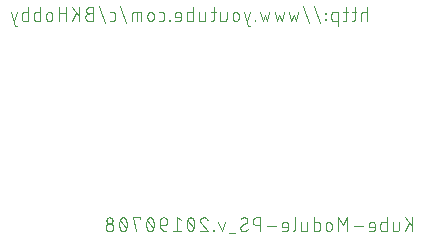
<source format=gbr>
G04 EAGLE Gerber RS-274X export*
G75*
%MOMM*%
%FSLAX34Y34*%
%LPD*%
%INSilkscreen Bottom*%
%IPPOS*%
%AMOC8*
5,1,8,0,0,1.08239X$1,22.5*%
G01*
%ADD10C,0.101600*%


D10*
X570992Y114808D02*
X570992Y126492D01*
X564501Y126492D02*
X570992Y119352D01*
X568396Y121948D02*
X564501Y114808D01*
X559844Y116755D02*
X559844Y122597D01*
X559844Y116755D02*
X559842Y116668D01*
X559836Y116580D01*
X559826Y116494D01*
X559813Y116407D01*
X559795Y116322D01*
X559774Y116237D01*
X559749Y116153D01*
X559720Y116071D01*
X559687Y115990D01*
X559651Y115910D01*
X559612Y115832D01*
X559568Y115756D01*
X559522Y115682D01*
X559472Y115611D01*
X559419Y115541D01*
X559363Y115474D01*
X559304Y115410D01*
X559242Y115348D01*
X559178Y115289D01*
X559111Y115233D01*
X559041Y115180D01*
X558970Y115130D01*
X558896Y115084D01*
X558820Y115040D01*
X558742Y115001D01*
X558662Y114965D01*
X558581Y114932D01*
X558499Y114903D01*
X558415Y114878D01*
X558330Y114857D01*
X558245Y114839D01*
X558158Y114826D01*
X558072Y114816D01*
X557984Y114810D01*
X557897Y114808D01*
X554651Y114808D01*
X554651Y122597D01*
X549117Y126492D02*
X549117Y114808D01*
X545872Y114808D01*
X545785Y114810D01*
X545697Y114816D01*
X545611Y114826D01*
X545524Y114839D01*
X545439Y114857D01*
X545354Y114878D01*
X545270Y114903D01*
X545188Y114932D01*
X545107Y114965D01*
X545027Y115001D01*
X544949Y115040D01*
X544873Y115084D01*
X544799Y115130D01*
X544728Y115180D01*
X544658Y115233D01*
X544591Y115289D01*
X544527Y115348D01*
X544465Y115409D01*
X544406Y115474D01*
X544350Y115541D01*
X544297Y115611D01*
X544247Y115682D01*
X544201Y115756D01*
X544158Y115832D01*
X544118Y115910D01*
X544082Y115990D01*
X544049Y116071D01*
X544020Y116153D01*
X543995Y116237D01*
X543974Y116322D01*
X543956Y116407D01*
X543943Y116494D01*
X543933Y116580D01*
X543927Y116668D01*
X543925Y116755D01*
X543925Y120650D01*
X543927Y120737D01*
X543933Y120825D01*
X543943Y120911D01*
X543956Y120998D01*
X543974Y121083D01*
X543995Y121168D01*
X544020Y121252D01*
X544049Y121334D01*
X544082Y121415D01*
X544118Y121495D01*
X544157Y121573D01*
X544201Y121649D01*
X544247Y121723D01*
X544297Y121794D01*
X544350Y121864D01*
X544406Y121931D01*
X544465Y121996D01*
X544527Y122057D01*
X544591Y122116D01*
X544658Y122172D01*
X544728Y122225D01*
X544799Y122275D01*
X544873Y122321D01*
X544949Y122365D01*
X545027Y122404D01*
X545107Y122440D01*
X545188Y122473D01*
X545270Y122502D01*
X545354Y122527D01*
X545439Y122548D01*
X545524Y122566D01*
X545611Y122579D01*
X545698Y122589D01*
X545785Y122595D01*
X545872Y122597D01*
X549117Y122597D01*
X537323Y114808D02*
X534077Y114808D01*
X537323Y114808D02*
X537410Y114810D01*
X537498Y114816D01*
X537584Y114826D01*
X537671Y114839D01*
X537756Y114857D01*
X537841Y114878D01*
X537925Y114903D01*
X538007Y114932D01*
X538088Y114965D01*
X538168Y115001D01*
X538246Y115040D01*
X538322Y115084D01*
X538396Y115130D01*
X538467Y115180D01*
X538537Y115233D01*
X538604Y115289D01*
X538668Y115348D01*
X538730Y115410D01*
X538789Y115474D01*
X538845Y115541D01*
X538898Y115611D01*
X538948Y115682D01*
X538994Y115756D01*
X539038Y115832D01*
X539077Y115910D01*
X539113Y115990D01*
X539146Y116071D01*
X539175Y116153D01*
X539200Y116237D01*
X539221Y116322D01*
X539239Y116407D01*
X539252Y116494D01*
X539262Y116580D01*
X539268Y116668D01*
X539270Y116755D01*
X539270Y120001D01*
X539268Y120102D01*
X539262Y120202D01*
X539252Y120302D01*
X539239Y120402D01*
X539221Y120501D01*
X539200Y120600D01*
X539175Y120697D01*
X539146Y120794D01*
X539113Y120889D01*
X539077Y120983D01*
X539037Y121075D01*
X538994Y121166D01*
X538947Y121255D01*
X538897Y121342D01*
X538843Y121428D01*
X538786Y121511D01*
X538726Y121591D01*
X538663Y121670D01*
X538596Y121746D01*
X538527Y121819D01*
X538455Y121889D01*
X538381Y121957D01*
X538304Y122022D01*
X538224Y122083D01*
X538142Y122142D01*
X538058Y122197D01*
X537972Y122249D01*
X537884Y122298D01*
X537794Y122343D01*
X537702Y122385D01*
X537609Y122423D01*
X537514Y122457D01*
X537419Y122488D01*
X537322Y122515D01*
X537224Y122538D01*
X537125Y122558D01*
X537025Y122573D01*
X536925Y122585D01*
X536825Y122593D01*
X536724Y122597D01*
X536624Y122597D01*
X536523Y122593D01*
X536423Y122585D01*
X536323Y122573D01*
X536223Y122558D01*
X536124Y122538D01*
X536026Y122515D01*
X535929Y122488D01*
X535834Y122457D01*
X535739Y122423D01*
X535646Y122385D01*
X535554Y122343D01*
X535464Y122298D01*
X535376Y122249D01*
X535290Y122197D01*
X535206Y122142D01*
X535124Y122083D01*
X535044Y122022D01*
X534967Y121957D01*
X534893Y121889D01*
X534821Y121819D01*
X534752Y121746D01*
X534685Y121670D01*
X534622Y121591D01*
X534562Y121511D01*
X534505Y121428D01*
X534451Y121342D01*
X534401Y121255D01*
X534354Y121166D01*
X534311Y121075D01*
X534271Y120983D01*
X534235Y120889D01*
X534202Y120794D01*
X534173Y120697D01*
X534148Y120600D01*
X534127Y120501D01*
X534109Y120402D01*
X534096Y120302D01*
X534086Y120202D01*
X534080Y120102D01*
X534078Y120001D01*
X534077Y120001D02*
X534077Y118703D01*
X539270Y118703D01*
X529139Y119352D02*
X521349Y119352D01*
X515804Y114808D02*
X515804Y126492D01*
X511909Y120001D01*
X508014Y126492D01*
X508014Y114808D01*
X502694Y117404D02*
X502694Y120001D01*
X502692Y120102D01*
X502686Y120202D01*
X502676Y120302D01*
X502663Y120402D01*
X502645Y120501D01*
X502624Y120600D01*
X502599Y120697D01*
X502570Y120794D01*
X502537Y120889D01*
X502501Y120983D01*
X502461Y121075D01*
X502418Y121166D01*
X502371Y121255D01*
X502321Y121342D01*
X502267Y121428D01*
X502210Y121511D01*
X502150Y121591D01*
X502087Y121670D01*
X502020Y121746D01*
X501951Y121819D01*
X501879Y121889D01*
X501805Y121957D01*
X501728Y122022D01*
X501648Y122083D01*
X501566Y122142D01*
X501482Y122197D01*
X501396Y122249D01*
X501308Y122298D01*
X501218Y122343D01*
X501126Y122385D01*
X501033Y122423D01*
X500938Y122457D01*
X500843Y122488D01*
X500746Y122515D01*
X500648Y122538D01*
X500549Y122558D01*
X500449Y122573D01*
X500349Y122585D01*
X500249Y122593D01*
X500148Y122597D01*
X500048Y122597D01*
X499947Y122593D01*
X499847Y122585D01*
X499747Y122573D01*
X499647Y122558D01*
X499548Y122538D01*
X499450Y122515D01*
X499353Y122488D01*
X499258Y122457D01*
X499163Y122423D01*
X499070Y122385D01*
X498978Y122343D01*
X498888Y122298D01*
X498800Y122249D01*
X498714Y122197D01*
X498630Y122142D01*
X498548Y122083D01*
X498468Y122022D01*
X498391Y121957D01*
X498317Y121889D01*
X498245Y121819D01*
X498176Y121746D01*
X498109Y121670D01*
X498046Y121591D01*
X497986Y121511D01*
X497929Y121428D01*
X497875Y121342D01*
X497825Y121255D01*
X497778Y121166D01*
X497735Y121075D01*
X497695Y120983D01*
X497659Y120889D01*
X497626Y120794D01*
X497597Y120697D01*
X497572Y120600D01*
X497551Y120501D01*
X497533Y120402D01*
X497520Y120302D01*
X497510Y120202D01*
X497504Y120102D01*
X497502Y120001D01*
X497501Y120001D02*
X497501Y117404D01*
X497502Y117404D02*
X497504Y117303D01*
X497510Y117203D01*
X497520Y117103D01*
X497533Y117003D01*
X497551Y116904D01*
X497572Y116805D01*
X497597Y116708D01*
X497626Y116611D01*
X497659Y116516D01*
X497695Y116422D01*
X497735Y116330D01*
X497778Y116239D01*
X497825Y116150D01*
X497875Y116063D01*
X497929Y115977D01*
X497986Y115894D01*
X498046Y115814D01*
X498109Y115735D01*
X498176Y115659D01*
X498245Y115586D01*
X498317Y115516D01*
X498391Y115448D01*
X498468Y115383D01*
X498548Y115322D01*
X498630Y115263D01*
X498714Y115208D01*
X498800Y115156D01*
X498888Y115107D01*
X498978Y115062D01*
X499070Y115020D01*
X499163Y114982D01*
X499258Y114948D01*
X499353Y114917D01*
X499450Y114890D01*
X499548Y114867D01*
X499647Y114847D01*
X499747Y114832D01*
X499847Y114820D01*
X499947Y114812D01*
X500048Y114808D01*
X500148Y114808D01*
X500249Y114812D01*
X500349Y114820D01*
X500449Y114832D01*
X500549Y114847D01*
X500648Y114867D01*
X500746Y114890D01*
X500843Y114917D01*
X500938Y114948D01*
X501033Y114982D01*
X501126Y115020D01*
X501218Y115062D01*
X501308Y115107D01*
X501396Y115156D01*
X501482Y115208D01*
X501566Y115263D01*
X501648Y115322D01*
X501728Y115383D01*
X501805Y115448D01*
X501879Y115516D01*
X501951Y115586D01*
X502020Y115659D01*
X502087Y115735D01*
X502150Y115814D01*
X502210Y115894D01*
X502267Y115977D01*
X502321Y116063D01*
X502371Y116150D01*
X502418Y116239D01*
X502461Y116330D01*
X502501Y116422D01*
X502537Y116516D01*
X502570Y116611D01*
X502599Y116708D01*
X502624Y116805D01*
X502645Y116904D01*
X502663Y117003D01*
X502676Y117103D01*
X502686Y117203D01*
X502692Y117303D01*
X502694Y117404D01*
X487654Y114808D02*
X487654Y126492D01*
X487654Y114808D02*
X490900Y114808D01*
X490987Y114810D01*
X491075Y114816D01*
X491161Y114826D01*
X491248Y114839D01*
X491333Y114857D01*
X491418Y114878D01*
X491502Y114903D01*
X491584Y114932D01*
X491665Y114965D01*
X491745Y115001D01*
X491823Y115040D01*
X491899Y115084D01*
X491973Y115130D01*
X492044Y115180D01*
X492114Y115233D01*
X492181Y115289D01*
X492245Y115348D01*
X492307Y115410D01*
X492366Y115474D01*
X492422Y115541D01*
X492475Y115611D01*
X492525Y115682D01*
X492571Y115756D01*
X492615Y115832D01*
X492654Y115910D01*
X492690Y115990D01*
X492723Y116071D01*
X492752Y116153D01*
X492777Y116237D01*
X492798Y116322D01*
X492816Y116407D01*
X492829Y116494D01*
X492839Y116580D01*
X492845Y116668D01*
X492847Y116755D01*
X492847Y120650D01*
X492845Y120737D01*
X492839Y120825D01*
X492829Y120911D01*
X492816Y120998D01*
X492798Y121083D01*
X492777Y121168D01*
X492752Y121252D01*
X492723Y121334D01*
X492690Y121415D01*
X492654Y121495D01*
X492615Y121573D01*
X492571Y121649D01*
X492525Y121723D01*
X492475Y121794D01*
X492422Y121864D01*
X492366Y121931D01*
X492307Y121995D01*
X492245Y122057D01*
X492181Y122116D01*
X492114Y122172D01*
X492044Y122225D01*
X491973Y122275D01*
X491899Y122321D01*
X491823Y122365D01*
X491745Y122404D01*
X491665Y122440D01*
X491584Y122473D01*
X491502Y122502D01*
X491418Y122527D01*
X491333Y122548D01*
X491248Y122566D01*
X491161Y122579D01*
X491075Y122589D01*
X490987Y122595D01*
X490900Y122597D01*
X487654Y122597D01*
X482120Y122597D02*
X482120Y116755D01*
X482118Y116668D01*
X482112Y116580D01*
X482102Y116494D01*
X482089Y116407D01*
X482071Y116322D01*
X482050Y116237D01*
X482025Y116153D01*
X481996Y116071D01*
X481963Y115990D01*
X481927Y115910D01*
X481888Y115832D01*
X481844Y115756D01*
X481798Y115682D01*
X481748Y115611D01*
X481695Y115541D01*
X481639Y115474D01*
X481580Y115410D01*
X481518Y115348D01*
X481454Y115289D01*
X481387Y115233D01*
X481317Y115180D01*
X481246Y115130D01*
X481172Y115084D01*
X481096Y115040D01*
X481018Y115001D01*
X480938Y114965D01*
X480857Y114932D01*
X480775Y114903D01*
X480691Y114878D01*
X480606Y114857D01*
X480521Y114839D01*
X480434Y114826D01*
X480348Y114816D01*
X480260Y114810D01*
X480173Y114808D01*
X476927Y114808D01*
X476927Y122597D01*
X471684Y126492D02*
X471684Y116755D01*
X471683Y116755D02*
X471681Y116668D01*
X471675Y116580D01*
X471665Y116494D01*
X471652Y116407D01*
X471634Y116322D01*
X471613Y116237D01*
X471588Y116153D01*
X471559Y116071D01*
X471526Y115990D01*
X471490Y115910D01*
X471451Y115832D01*
X471407Y115756D01*
X471361Y115682D01*
X471311Y115611D01*
X471258Y115541D01*
X471202Y115474D01*
X471143Y115410D01*
X471081Y115348D01*
X471017Y115289D01*
X470950Y115233D01*
X470880Y115180D01*
X470809Y115130D01*
X470735Y115084D01*
X470659Y115040D01*
X470581Y115001D01*
X470501Y114965D01*
X470420Y114932D01*
X470338Y114903D01*
X470254Y114878D01*
X470169Y114857D01*
X470084Y114839D01*
X469997Y114826D01*
X469911Y114816D01*
X469823Y114810D01*
X469736Y114808D01*
X463790Y114808D02*
X460544Y114808D01*
X463790Y114808D02*
X463877Y114810D01*
X463965Y114816D01*
X464051Y114826D01*
X464138Y114839D01*
X464223Y114857D01*
X464308Y114878D01*
X464392Y114903D01*
X464474Y114932D01*
X464555Y114965D01*
X464635Y115001D01*
X464713Y115040D01*
X464789Y115084D01*
X464863Y115130D01*
X464934Y115180D01*
X465004Y115233D01*
X465071Y115289D01*
X465135Y115348D01*
X465197Y115410D01*
X465256Y115474D01*
X465312Y115541D01*
X465365Y115611D01*
X465415Y115682D01*
X465461Y115756D01*
X465505Y115832D01*
X465544Y115910D01*
X465580Y115990D01*
X465613Y116071D01*
X465642Y116153D01*
X465667Y116237D01*
X465688Y116322D01*
X465706Y116407D01*
X465719Y116494D01*
X465729Y116580D01*
X465735Y116668D01*
X465737Y116755D01*
X465737Y120001D01*
X465735Y120102D01*
X465729Y120202D01*
X465719Y120302D01*
X465706Y120402D01*
X465688Y120501D01*
X465667Y120600D01*
X465642Y120697D01*
X465613Y120794D01*
X465580Y120889D01*
X465544Y120983D01*
X465504Y121075D01*
X465461Y121166D01*
X465414Y121255D01*
X465364Y121342D01*
X465310Y121428D01*
X465253Y121511D01*
X465193Y121591D01*
X465130Y121670D01*
X465063Y121746D01*
X464994Y121819D01*
X464922Y121889D01*
X464848Y121957D01*
X464771Y122022D01*
X464691Y122083D01*
X464609Y122142D01*
X464525Y122197D01*
X464439Y122249D01*
X464351Y122298D01*
X464261Y122343D01*
X464169Y122385D01*
X464076Y122423D01*
X463981Y122457D01*
X463886Y122488D01*
X463789Y122515D01*
X463691Y122538D01*
X463592Y122558D01*
X463492Y122573D01*
X463392Y122585D01*
X463292Y122593D01*
X463191Y122597D01*
X463091Y122597D01*
X462990Y122593D01*
X462890Y122585D01*
X462790Y122573D01*
X462690Y122558D01*
X462591Y122538D01*
X462493Y122515D01*
X462396Y122488D01*
X462301Y122457D01*
X462206Y122423D01*
X462113Y122385D01*
X462021Y122343D01*
X461931Y122298D01*
X461843Y122249D01*
X461757Y122197D01*
X461673Y122142D01*
X461591Y122083D01*
X461511Y122022D01*
X461434Y121957D01*
X461360Y121889D01*
X461288Y121819D01*
X461219Y121746D01*
X461152Y121670D01*
X461089Y121591D01*
X461029Y121511D01*
X460972Y121428D01*
X460918Y121342D01*
X460868Y121255D01*
X460821Y121166D01*
X460778Y121075D01*
X460738Y120983D01*
X460702Y120889D01*
X460669Y120794D01*
X460640Y120697D01*
X460615Y120600D01*
X460594Y120501D01*
X460576Y120402D01*
X460563Y120302D01*
X460553Y120202D01*
X460547Y120102D01*
X460545Y120001D01*
X460544Y120001D02*
X460544Y118703D01*
X465737Y118703D01*
X455606Y119352D02*
X447816Y119352D01*
X442214Y114808D02*
X442214Y126492D01*
X438969Y126492D01*
X438856Y126490D01*
X438743Y126484D01*
X438630Y126474D01*
X438517Y126460D01*
X438405Y126443D01*
X438294Y126421D01*
X438184Y126396D01*
X438074Y126366D01*
X437966Y126333D01*
X437859Y126296D01*
X437753Y126256D01*
X437649Y126211D01*
X437546Y126163D01*
X437445Y126112D01*
X437346Y126057D01*
X437249Y125999D01*
X437154Y125937D01*
X437061Y125872D01*
X436971Y125804D01*
X436883Y125733D01*
X436797Y125658D01*
X436714Y125581D01*
X436634Y125501D01*
X436557Y125418D01*
X436482Y125332D01*
X436411Y125244D01*
X436343Y125154D01*
X436278Y125061D01*
X436216Y124966D01*
X436158Y124869D01*
X436103Y124770D01*
X436052Y124669D01*
X436004Y124566D01*
X435959Y124462D01*
X435919Y124356D01*
X435882Y124249D01*
X435849Y124141D01*
X435819Y124031D01*
X435794Y123921D01*
X435772Y123810D01*
X435755Y123698D01*
X435741Y123585D01*
X435731Y123472D01*
X435725Y123359D01*
X435723Y123246D01*
X435725Y123133D01*
X435731Y123020D01*
X435741Y122907D01*
X435755Y122794D01*
X435772Y122682D01*
X435794Y122571D01*
X435819Y122461D01*
X435849Y122351D01*
X435882Y122243D01*
X435919Y122136D01*
X435959Y122030D01*
X436004Y121926D01*
X436052Y121823D01*
X436103Y121722D01*
X436158Y121623D01*
X436216Y121526D01*
X436278Y121431D01*
X436343Y121338D01*
X436411Y121248D01*
X436482Y121160D01*
X436557Y121074D01*
X436634Y120991D01*
X436714Y120911D01*
X436797Y120834D01*
X436883Y120759D01*
X436971Y120688D01*
X437061Y120620D01*
X437154Y120555D01*
X437249Y120493D01*
X437346Y120435D01*
X437445Y120380D01*
X437546Y120329D01*
X437649Y120281D01*
X437753Y120236D01*
X437859Y120196D01*
X437966Y120159D01*
X438074Y120126D01*
X438184Y120096D01*
X438294Y120071D01*
X438405Y120049D01*
X438517Y120032D01*
X438630Y120018D01*
X438743Y120008D01*
X438856Y120002D01*
X438969Y120000D01*
X438969Y120001D02*
X442214Y120001D01*
X427821Y114808D02*
X427722Y114810D01*
X427622Y114816D01*
X427523Y114825D01*
X427425Y114838D01*
X427327Y114855D01*
X427229Y114876D01*
X427133Y114901D01*
X427038Y114929D01*
X426944Y114961D01*
X426851Y114996D01*
X426759Y115035D01*
X426669Y115078D01*
X426581Y115123D01*
X426494Y115173D01*
X426410Y115225D01*
X426327Y115281D01*
X426247Y115339D01*
X426169Y115401D01*
X426094Y115466D01*
X426021Y115534D01*
X425951Y115604D01*
X425883Y115677D01*
X425818Y115752D01*
X425756Y115830D01*
X425698Y115910D01*
X425642Y115993D01*
X425590Y116077D01*
X425540Y116164D01*
X425495Y116252D01*
X425452Y116342D01*
X425413Y116434D01*
X425378Y116527D01*
X425346Y116621D01*
X425318Y116716D01*
X425293Y116812D01*
X425272Y116910D01*
X425255Y117008D01*
X425242Y117106D01*
X425233Y117205D01*
X425227Y117305D01*
X425225Y117404D01*
X427821Y114808D02*
X427965Y114810D01*
X428110Y114816D01*
X428254Y114825D01*
X428397Y114838D01*
X428541Y114855D01*
X428684Y114876D01*
X428826Y114901D01*
X428967Y114929D01*
X429108Y114961D01*
X429248Y114997D01*
X429387Y115036D01*
X429525Y115079D01*
X429661Y115126D01*
X429797Y115176D01*
X429931Y115230D01*
X430063Y115287D01*
X430194Y115348D01*
X430323Y115412D01*
X430451Y115480D01*
X430577Y115551D01*
X430701Y115625D01*
X430822Y115702D01*
X430942Y115783D01*
X431060Y115866D01*
X431175Y115953D01*
X431288Y116043D01*
X431399Y116136D01*
X431507Y116231D01*
X431613Y116330D01*
X431716Y116431D01*
X431391Y123896D02*
X431389Y123995D01*
X431383Y124095D01*
X431374Y124194D01*
X431361Y124292D01*
X431344Y124390D01*
X431323Y124488D01*
X431298Y124584D01*
X431270Y124679D01*
X431238Y124773D01*
X431203Y124866D01*
X431164Y124958D01*
X431121Y125048D01*
X431076Y125136D01*
X431026Y125223D01*
X430974Y125307D01*
X430918Y125390D01*
X430860Y125470D01*
X430798Y125548D01*
X430733Y125623D01*
X430665Y125696D01*
X430595Y125766D01*
X430522Y125834D01*
X430447Y125899D01*
X430369Y125961D01*
X430289Y126019D01*
X430206Y126075D01*
X430122Y126127D01*
X430035Y126177D01*
X429947Y126222D01*
X429857Y126265D01*
X429765Y126304D01*
X429672Y126339D01*
X429578Y126371D01*
X429483Y126399D01*
X429387Y126424D01*
X429289Y126445D01*
X429191Y126462D01*
X429093Y126475D01*
X428994Y126484D01*
X428894Y126490D01*
X428795Y126492D01*
X428659Y126490D01*
X428523Y126484D01*
X428387Y126475D01*
X428251Y126462D01*
X428116Y126444D01*
X427982Y126424D01*
X427848Y126399D01*
X427714Y126371D01*
X427582Y126338D01*
X427451Y126303D01*
X427320Y126263D01*
X427191Y126220D01*
X427063Y126174D01*
X426937Y126123D01*
X426811Y126070D01*
X426688Y126012D01*
X426566Y125952D01*
X426446Y125888D01*
X426327Y125820D01*
X426211Y125750D01*
X426097Y125676D01*
X425984Y125599D01*
X425874Y125518D01*
X430093Y121624D02*
X430179Y121677D01*
X430263Y121734D01*
X430345Y121793D01*
X430425Y121856D01*
X430502Y121922D01*
X430577Y121990D01*
X430649Y122062D01*
X430718Y122136D01*
X430784Y122213D01*
X430847Y122292D01*
X430907Y122374D01*
X430964Y122458D01*
X431018Y122544D01*
X431068Y122632D01*
X431115Y122722D01*
X431159Y122813D01*
X431198Y122907D01*
X431235Y123001D01*
X431267Y123097D01*
X431296Y123195D01*
X431321Y123293D01*
X431342Y123392D01*
X431360Y123492D01*
X431373Y123592D01*
X431383Y123693D01*
X431389Y123795D01*
X431391Y123896D01*
X426522Y119676D02*
X426436Y119623D01*
X426352Y119566D01*
X426270Y119507D01*
X426190Y119444D01*
X426113Y119378D01*
X426038Y119310D01*
X425966Y119238D01*
X425897Y119164D01*
X425831Y119087D01*
X425768Y119008D01*
X425708Y118926D01*
X425651Y118842D01*
X425597Y118756D01*
X425547Y118668D01*
X425500Y118578D01*
X425456Y118487D01*
X425417Y118393D01*
X425380Y118299D01*
X425348Y118203D01*
X425319Y118105D01*
X425294Y118007D01*
X425273Y117908D01*
X425255Y117808D01*
X425242Y117708D01*
X425232Y117607D01*
X425226Y117505D01*
X425224Y117404D01*
X426523Y119676D02*
X430093Y121624D01*
X421160Y113510D02*
X415968Y113510D01*
X409420Y114808D02*
X412016Y122597D01*
X406824Y122597D02*
X409420Y114808D01*
X402887Y114808D02*
X402887Y115457D01*
X402237Y115457D01*
X402237Y114808D01*
X402887Y114808D01*
X391315Y123571D02*
X391317Y123678D01*
X391323Y123784D01*
X391333Y123890D01*
X391346Y123996D01*
X391364Y124102D01*
X391385Y124206D01*
X391410Y124310D01*
X391439Y124413D01*
X391471Y124514D01*
X391508Y124614D01*
X391548Y124713D01*
X391591Y124811D01*
X391638Y124907D01*
X391689Y125001D01*
X391743Y125093D01*
X391800Y125183D01*
X391860Y125271D01*
X391924Y125356D01*
X391991Y125439D01*
X392061Y125520D01*
X392133Y125598D01*
X392209Y125674D01*
X392287Y125746D01*
X392368Y125816D01*
X392451Y125883D01*
X392536Y125947D01*
X392624Y126007D01*
X392714Y126064D01*
X392806Y126118D01*
X392900Y126169D01*
X392996Y126216D01*
X393094Y126259D01*
X393193Y126299D01*
X393293Y126336D01*
X393394Y126368D01*
X393497Y126397D01*
X393601Y126422D01*
X393705Y126443D01*
X393811Y126461D01*
X393917Y126474D01*
X394023Y126484D01*
X394129Y126490D01*
X394236Y126492D01*
X394357Y126490D01*
X394478Y126484D01*
X394598Y126474D01*
X394719Y126461D01*
X394838Y126443D01*
X394958Y126422D01*
X395076Y126397D01*
X395193Y126368D01*
X395310Y126335D01*
X395425Y126299D01*
X395539Y126258D01*
X395652Y126215D01*
X395764Y126167D01*
X395873Y126116D01*
X395981Y126061D01*
X396088Y126003D01*
X396192Y125942D01*
X396294Y125877D01*
X396394Y125809D01*
X396492Y125738D01*
X396588Y125664D01*
X396681Y125587D01*
X396771Y125506D01*
X396859Y125423D01*
X396944Y125337D01*
X397027Y125248D01*
X397106Y125157D01*
X397183Y125063D01*
X397256Y124967D01*
X397326Y124869D01*
X397393Y124768D01*
X397457Y124665D01*
X397518Y124560D01*
X397575Y124453D01*
X397628Y124345D01*
X397678Y124235D01*
X397724Y124123D01*
X397767Y124010D01*
X397806Y123895D01*
X392290Y121299D02*
X392211Y121377D01*
X392135Y121457D01*
X392062Y121540D01*
X391992Y121626D01*
X391925Y121713D01*
X391861Y121804D01*
X391801Y121896D01*
X391743Y121990D01*
X391689Y122087D01*
X391639Y122185D01*
X391592Y122285D01*
X391548Y122386D01*
X391508Y122489D01*
X391472Y122594D01*
X391440Y122699D01*
X391411Y122806D01*
X391386Y122913D01*
X391364Y123022D01*
X391347Y123131D01*
X391333Y123240D01*
X391324Y123350D01*
X391318Y123461D01*
X391316Y123571D01*
X392289Y121299D02*
X397807Y114808D01*
X391315Y114808D01*
X386377Y120650D02*
X386374Y120880D01*
X386366Y121110D01*
X386352Y121339D01*
X386333Y121568D01*
X386308Y121797D01*
X386278Y122025D01*
X386243Y122252D01*
X386202Y122478D01*
X386156Y122703D01*
X386104Y122927D01*
X386047Y123150D01*
X385985Y123371D01*
X385917Y123591D01*
X385844Y123809D01*
X385766Y124025D01*
X385683Y124239D01*
X385595Y124452D01*
X385502Y124662D01*
X385403Y124869D01*
X385370Y124959D01*
X385334Y125048D01*
X385294Y125136D01*
X385250Y125221D01*
X385203Y125305D01*
X385153Y125387D01*
X385099Y125467D01*
X385043Y125544D01*
X384983Y125620D01*
X384920Y125693D01*
X384855Y125763D01*
X384786Y125831D01*
X384715Y125895D01*
X384642Y125957D01*
X384566Y126016D01*
X384488Y126072D01*
X384407Y126125D01*
X384325Y126174D01*
X384241Y126220D01*
X384154Y126263D01*
X384067Y126302D01*
X383977Y126338D01*
X383887Y126370D01*
X383795Y126398D01*
X383702Y126423D01*
X383608Y126444D01*
X383514Y126461D01*
X383419Y126475D01*
X383323Y126484D01*
X383227Y126490D01*
X383131Y126492D01*
X383035Y126490D01*
X382939Y126484D01*
X382843Y126475D01*
X382748Y126461D01*
X382654Y126444D01*
X382560Y126423D01*
X382467Y126398D01*
X382375Y126370D01*
X382285Y126338D01*
X382195Y126302D01*
X382108Y126263D01*
X382021Y126220D01*
X381937Y126174D01*
X381855Y126125D01*
X381774Y126072D01*
X381696Y126016D01*
X381620Y125957D01*
X381547Y125895D01*
X381476Y125831D01*
X381407Y125763D01*
X381342Y125693D01*
X381279Y125620D01*
X381219Y125545D01*
X381163Y125467D01*
X381109Y125387D01*
X381059Y125305D01*
X381012Y125221D01*
X380969Y125136D01*
X380928Y125048D01*
X380892Y124959D01*
X380859Y124869D01*
X380860Y124869D02*
X380761Y124661D01*
X380668Y124451D01*
X380580Y124239D01*
X380497Y124025D01*
X380419Y123808D01*
X380346Y123590D01*
X380278Y123371D01*
X380216Y123149D01*
X380159Y122927D01*
X380107Y122703D01*
X380061Y122478D01*
X380020Y122252D01*
X379985Y122024D01*
X379955Y121797D01*
X379930Y121568D01*
X379911Y121339D01*
X379897Y121110D01*
X379889Y120880D01*
X379886Y120650D01*
X386377Y120650D02*
X386374Y120420D01*
X386366Y120190D01*
X386352Y119961D01*
X386333Y119732D01*
X386308Y119503D01*
X386278Y119275D01*
X386243Y119048D01*
X386202Y118822D01*
X386156Y118597D01*
X386104Y118373D01*
X386047Y118150D01*
X385985Y117929D01*
X385917Y117709D01*
X385844Y117491D01*
X385766Y117275D01*
X385683Y117061D01*
X385595Y116849D01*
X385502Y116638D01*
X385403Y116431D01*
X385370Y116341D01*
X385334Y116252D01*
X385293Y116164D01*
X385250Y116079D01*
X385203Y115995D01*
X385153Y115913D01*
X385099Y115833D01*
X385043Y115756D01*
X384983Y115680D01*
X384920Y115607D01*
X384855Y115537D01*
X384786Y115469D01*
X384715Y115405D01*
X384642Y115343D01*
X384566Y115284D01*
X384488Y115228D01*
X384407Y115175D01*
X384325Y115126D01*
X384241Y115080D01*
X384154Y115037D01*
X384067Y114998D01*
X383977Y114962D01*
X383887Y114930D01*
X383795Y114902D01*
X383702Y114877D01*
X383608Y114856D01*
X383514Y114839D01*
X383419Y114825D01*
X383323Y114816D01*
X383227Y114810D01*
X383131Y114808D01*
X380859Y116431D02*
X380760Y116638D01*
X380667Y116849D01*
X380579Y117061D01*
X380496Y117275D01*
X380418Y117491D01*
X380345Y117709D01*
X380277Y117929D01*
X380215Y118150D01*
X380158Y118373D01*
X380106Y118597D01*
X380060Y118822D01*
X380019Y119048D01*
X379984Y119275D01*
X379954Y119503D01*
X379929Y119732D01*
X379910Y119961D01*
X379896Y120190D01*
X379888Y120420D01*
X379885Y120650D01*
X380859Y116431D02*
X380892Y116341D01*
X380928Y116252D01*
X380969Y116164D01*
X381012Y116079D01*
X381059Y115995D01*
X381109Y115913D01*
X381163Y115833D01*
X381219Y115755D01*
X381279Y115680D01*
X381342Y115607D01*
X381407Y115537D01*
X381476Y115469D01*
X381547Y115405D01*
X381620Y115343D01*
X381696Y115284D01*
X381774Y115228D01*
X381855Y115175D01*
X381937Y115126D01*
X382021Y115080D01*
X382108Y115037D01*
X382195Y114998D01*
X382285Y114962D01*
X382375Y114930D01*
X382467Y114902D01*
X382560Y114877D01*
X382654Y114856D01*
X382748Y114839D01*
X382843Y114825D01*
X382939Y114816D01*
X383035Y114810D01*
X383131Y114808D01*
X385728Y117404D02*
X380535Y123896D01*
X374947Y123896D02*
X371701Y126492D01*
X371701Y114808D01*
X368456Y114808D02*
X374947Y114808D01*
X360920Y120001D02*
X357026Y120001D01*
X360920Y120001D02*
X361019Y120003D01*
X361119Y120009D01*
X361218Y120018D01*
X361316Y120031D01*
X361414Y120048D01*
X361512Y120069D01*
X361608Y120094D01*
X361703Y120122D01*
X361797Y120154D01*
X361890Y120189D01*
X361982Y120228D01*
X362072Y120271D01*
X362160Y120316D01*
X362247Y120366D01*
X362331Y120418D01*
X362414Y120474D01*
X362494Y120532D01*
X362572Y120594D01*
X362647Y120659D01*
X362720Y120727D01*
X362790Y120797D01*
X362858Y120870D01*
X362923Y120945D01*
X362985Y121023D01*
X363043Y121103D01*
X363099Y121186D01*
X363151Y121270D01*
X363201Y121357D01*
X363246Y121445D01*
X363289Y121535D01*
X363328Y121627D01*
X363363Y121720D01*
X363395Y121814D01*
X363423Y121909D01*
X363448Y122005D01*
X363469Y122103D01*
X363486Y122201D01*
X363499Y122299D01*
X363508Y122398D01*
X363514Y122498D01*
X363516Y122597D01*
X363517Y122597D02*
X363517Y123246D01*
X363515Y123359D01*
X363509Y123472D01*
X363499Y123585D01*
X363485Y123698D01*
X363468Y123810D01*
X363446Y123921D01*
X363421Y124031D01*
X363391Y124141D01*
X363358Y124249D01*
X363321Y124356D01*
X363281Y124462D01*
X363236Y124566D01*
X363188Y124669D01*
X363137Y124770D01*
X363082Y124869D01*
X363024Y124966D01*
X362962Y125061D01*
X362897Y125154D01*
X362829Y125244D01*
X362758Y125332D01*
X362683Y125418D01*
X362606Y125501D01*
X362526Y125581D01*
X362443Y125658D01*
X362357Y125733D01*
X362269Y125804D01*
X362179Y125872D01*
X362086Y125937D01*
X361991Y125999D01*
X361894Y126057D01*
X361795Y126112D01*
X361694Y126163D01*
X361591Y126211D01*
X361487Y126256D01*
X361381Y126296D01*
X361274Y126333D01*
X361166Y126366D01*
X361056Y126396D01*
X360946Y126421D01*
X360835Y126443D01*
X360723Y126460D01*
X360610Y126474D01*
X360497Y126484D01*
X360384Y126490D01*
X360271Y126492D01*
X360158Y126490D01*
X360045Y126484D01*
X359932Y126474D01*
X359819Y126460D01*
X359707Y126443D01*
X359596Y126421D01*
X359486Y126396D01*
X359376Y126366D01*
X359268Y126333D01*
X359161Y126296D01*
X359055Y126256D01*
X358951Y126211D01*
X358848Y126163D01*
X358747Y126112D01*
X358648Y126057D01*
X358551Y125999D01*
X358456Y125937D01*
X358363Y125872D01*
X358273Y125804D01*
X358185Y125733D01*
X358099Y125658D01*
X358016Y125581D01*
X357936Y125501D01*
X357859Y125418D01*
X357784Y125332D01*
X357713Y125244D01*
X357645Y125154D01*
X357580Y125061D01*
X357518Y124966D01*
X357460Y124869D01*
X357405Y124770D01*
X357354Y124669D01*
X357306Y124566D01*
X357261Y124462D01*
X357221Y124356D01*
X357184Y124249D01*
X357151Y124141D01*
X357121Y124031D01*
X357096Y123921D01*
X357074Y123810D01*
X357057Y123698D01*
X357043Y123585D01*
X357033Y123472D01*
X357027Y123359D01*
X357025Y123246D01*
X357026Y123246D02*
X357026Y120001D01*
X357025Y120001D02*
X357027Y119858D01*
X357033Y119715D01*
X357043Y119572D01*
X357057Y119430D01*
X357074Y119288D01*
X357096Y119146D01*
X357121Y119005D01*
X357151Y118865D01*
X357184Y118726D01*
X357221Y118588D01*
X357262Y118451D01*
X357306Y118315D01*
X357355Y118180D01*
X357407Y118047D01*
X357462Y117915D01*
X357522Y117785D01*
X357585Y117656D01*
X357651Y117529D01*
X357721Y117405D01*
X357794Y117282D01*
X357871Y117161D01*
X357951Y117042D01*
X358034Y116926D01*
X358120Y116811D01*
X358209Y116700D01*
X358302Y116590D01*
X358397Y116484D01*
X358496Y116380D01*
X358597Y116279D01*
X358701Y116180D01*
X358807Y116085D01*
X358917Y115992D01*
X359028Y115903D01*
X359143Y115817D01*
X359259Y115734D01*
X359378Y115654D01*
X359499Y115577D01*
X359621Y115504D01*
X359746Y115434D01*
X359873Y115368D01*
X360002Y115305D01*
X360132Y115245D01*
X360264Y115190D01*
X360397Y115138D01*
X360532Y115089D01*
X360668Y115045D01*
X360805Y115004D01*
X360943Y114967D01*
X361082Y114934D01*
X361222Y114904D01*
X361363Y114879D01*
X361505Y114857D01*
X361647Y114840D01*
X361789Y114826D01*
X361932Y114816D01*
X362075Y114810D01*
X362218Y114808D01*
X352087Y120650D02*
X352084Y120880D01*
X352076Y121110D01*
X352062Y121339D01*
X352043Y121568D01*
X352018Y121797D01*
X351988Y122025D01*
X351953Y122252D01*
X351912Y122478D01*
X351866Y122703D01*
X351814Y122927D01*
X351757Y123150D01*
X351695Y123371D01*
X351627Y123591D01*
X351554Y123809D01*
X351476Y124025D01*
X351393Y124239D01*
X351305Y124452D01*
X351212Y124662D01*
X351113Y124869D01*
X351080Y124959D01*
X351044Y125048D01*
X351004Y125136D01*
X350960Y125221D01*
X350913Y125305D01*
X350863Y125387D01*
X350809Y125467D01*
X350753Y125544D01*
X350693Y125620D01*
X350630Y125693D01*
X350565Y125763D01*
X350496Y125831D01*
X350425Y125895D01*
X350352Y125957D01*
X350276Y126016D01*
X350198Y126072D01*
X350117Y126125D01*
X350035Y126174D01*
X349951Y126220D01*
X349864Y126263D01*
X349777Y126302D01*
X349687Y126338D01*
X349597Y126370D01*
X349505Y126398D01*
X349412Y126423D01*
X349318Y126444D01*
X349224Y126461D01*
X349129Y126475D01*
X349033Y126484D01*
X348937Y126490D01*
X348841Y126492D01*
X348745Y126490D01*
X348649Y126484D01*
X348553Y126475D01*
X348458Y126461D01*
X348364Y126444D01*
X348270Y126423D01*
X348177Y126398D01*
X348085Y126370D01*
X347995Y126338D01*
X347905Y126302D01*
X347818Y126263D01*
X347731Y126220D01*
X347647Y126174D01*
X347565Y126125D01*
X347484Y126072D01*
X347406Y126016D01*
X347330Y125957D01*
X347257Y125895D01*
X347186Y125831D01*
X347117Y125763D01*
X347052Y125693D01*
X346989Y125620D01*
X346929Y125545D01*
X346873Y125467D01*
X346819Y125387D01*
X346769Y125305D01*
X346722Y125221D01*
X346679Y125136D01*
X346638Y125048D01*
X346602Y124959D01*
X346569Y124869D01*
X346570Y124869D02*
X346471Y124661D01*
X346378Y124451D01*
X346290Y124239D01*
X346207Y124025D01*
X346129Y123808D01*
X346056Y123590D01*
X345988Y123371D01*
X345926Y123149D01*
X345869Y122927D01*
X345817Y122703D01*
X345771Y122478D01*
X345730Y122252D01*
X345695Y122024D01*
X345665Y121797D01*
X345640Y121568D01*
X345621Y121339D01*
X345607Y121110D01*
X345599Y120880D01*
X345596Y120650D01*
X352087Y120650D02*
X352084Y120420D01*
X352076Y120190D01*
X352062Y119961D01*
X352043Y119732D01*
X352018Y119503D01*
X351988Y119275D01*
X351953Y119048D01*
X351912Y118822D01*
X351866Y118597D01*
X351814Y118373D01*
X351757Y118150D01*
X351695Y117929D01*
X351627Y117709D01*
X351554Y117491D01*
X351476Y117275D01*
X351393Y117061D01*
X351305Y116849D01*
X351212Y116638D01*
X351113Y116431D01*
X351080Y116341D01*
X351044Y116252D01*
X351003Y116164D01*
X350960Y116079D01*
X350913Y115995D01*
X350863Y115913D01*
X350809Y115833D01*
X350753Y115756D01*
X350693Y115680D01*
X350630Y115607D01*
X350565Y115537D01*
X350496Y115469D01*
X350425Y115405D01*
X350352Y115343D01*
X350276Y115284D01*
X350198Y115228D01*
X350117Y115175D01*
X350035Y115126D01*
X349951Y115080D01*
X349864Y115037D01*
X349777Y114998D01*
X349687Y114962D01*
X349597Y114930D01*
X349505Y114902D01*
X349412Y114877D01*
X349318Y114856D01*
X349224Y114839D01*
X349129Y114825D01*
X349033Y114816D01*
X348937Y114810D01*
X348841Y114808D01*
X346569Y116431D02*
X346470Y116638D01*
X346377Y116849D01*
X346289Y117061D01*
X346206Y117275D01*
X346128Y117491D01*
X346055Y117709D01*
X345987Y117929D01*
X345925Y118150D01*
X345868Y118373D01*
X345816Y118597D01*
X345770Y118822D01*
X345729Y119048D01*
X345694Y119275D01*
X345664Y119503D01*
X345639Y119732D01*
X345620Y119961D01*
X345606Y120190D01*
X345598Y120420D01*
X345595Y120650D01*
X346569Y116431D02*
X346602Y116341D01*
X346638Y116252D01*
X346679Y116164D01*
X346722Y116079D01*
X346769Y115995D01*
X346819Y115913D01*
X346873Y115833D01*
X346929Y115755D01*
X346989Y115680D01*
X347052Y115607D01*
X347117Y115537D01*
X347186Y115469D01*
X347257Y115405D01*
X347330Y115343D01*
X347406Y115284D01*
X347484Y115228D01*
X347565Y115175D01*
X347647Y115126D01*
X347731Y115080D01*
X347818Y115037D01*
X347905Y114998D01*
X347995Y114962D01*
X348085Y114930D01*
X348177Y114902D01*
X348270Y114877D01*
X348364Y114856D01*
X348458Y114839D01*
X348553Y114825D01*
X348649Y114816D01*
X348745Y114810D01*
X348841Y114808D01*
X351438Y117404D02*
X346245Y123896D01*
X340657Y125194D02*
X340657Y126492D01*
X334166Y126492D01*
X337411Y114808D01*
X329227Y120650D02*
X329224Y120880D01*
X329216Y121110D01*
X329202Y121339D01*
X329183Y121568D01*
X329158Y121797D01*
X329128Y122025D01*
X329093Y122252D01*
X329052Y122478D01*
X329006Y122703D01*
X328954Y122927D01*
X328897Y123150D01*
X328835Y123371D01*
X328767Y123591D01*
X328694Y123809D01*
X328616Y124025D01*
X328533Y124239D01*
X328445Y124452D01*
X328352Y124662D01*
X328253Y124869D01*
X328220Y124959D01*
X328184Y125048D01*
X328144Y125136D01*
X328100Y125221D01*
X328053Y125305D01*
X328003Y125387D01*
X327949Y125467D01*
X327893Y125544D01*
X327833Y125620D01*
X327770Y125693D01*
X327705Y125763D01*
X327636Y125831D01*
X327565Y125895D01*
X327492Y125957D01*
X327416Y126016D01*
X327338Y126072D01*
X327257Y126125D01*
X327175Y126174D01*
X327091Y126220D01*
X327004Y126263D01*
X326917Y126302D01*
X326827Y126338D01*
X326737Y126370D01*
X326645Y126398D01*
X326552Y126423D01*
X326458Y126444D01*
X326364Y126461D01*
X326269Y126475D01*
X326173Y126484D01*
X326077Y126490D01*
X325981Y126492D01*
X325885Y126490D01*
X325789Y126484D01*
X325693Y126475D01*
X325598Y126461D01*
X325504Y126444D01*
X325410Y126423D01*
X325317Y126398D01*
X325225Y126370D01*
X325135Y126338D01*
X325045Y126302D01*
X324958Y126263D01*
X324871Y126220D01*
X324787Y126174D01*
X324705Y126125D01*
X324624Y126072D01*
X324546Y126016D01*
X324470Y125957D01*
X324397Y125895D01*
X324326Y125831D01*
X324257Y125763D01*
X324192Y125693D01*
X324129Y125620D01*
X324069Y125545D01*
X324013Y125467D01*
X323959Y125387D01*
X323909Y125305D01*
X323862Y125221D01*
X323819Y125136D01*
X323778Y125048D01*
X323742Y124959D01*
X323709Y124869D01*
X323710Y124869D02*
X323611Y124661D01*
X323518Y124451D01*
X323430Y124239D01*
X323347Y124025D01*
X323269Y123808D01*
X323196Y123590D01*
X323128Y123371D01*
X323066Y123149D01*
X323009Y122927D01*
X322957Y122703D01*
X322911Y122478D01*
X322870Y122252D01*
X322835Y122024D01*
X322805Y121797D01*
X322780Y121568D01*
X322761Y121339D01*
X322747Y121110D01*
X322739Y120880D01*
X322736Y120650D01*
X329227Y120650D02*
X329224Y120420D01*
X329216Y120190D01*
X329202Y119961D01*
X329183Y119732D01*
X329158Y119503D01*
X329128Y119275D01*
X329093Y119048D01*
X329052Y118822D01*
X329006Y118597D01*
X328954Y118373D01*
X328897Y118150D01*
X328835Y117929D01*
X328767Y117709D01*
X328694Y117491D01*
X328616Y117275D01*
X328533Y117061D01*
X328445Y116849D01*
X328352Y116638D01*
X328253Y116431D01*
X328220Y116341D01*
X328184Y116252D01*
X328143Y116164D01*
X328100Y116079D01*
X328053Y115995D01*
X328003Y115913D01*
X327949Y115833D01*
X327893Y115756D01*
X327833Y115680D01*
X327770Y115607D01*
X327705Y115537D01*
X327636Y115469D01*
X327565Y115405D01*
X327492Y115343D01*
X327416Y115284D01*
X327338Y115228D01*
X327257Y115175D01*
X327175Y115126D01*
X327091Y115080D01*
X327004Y115037D01*
X326917Y114998D01*
X326827Y114962D01*
X326737Y114930D01*
X326645Y114902D01*
X326552Y114877D01*
X326458Y114856D01*
X326364Y114839D01*
X326269Y114825D01*
X326173Y114816D01*
X326077Y114810D01*
X325981Y114808D01*
X323709Y116431D02*
X323610Y116638D01*
X323517Y116849D01*
X323429Y117061D01*
X323346Y117275D01*
X323268Y117491D01*
X323195Y117709D01*
X323127Y117929D01*
X323065Y118150D01*
X323008Y118373D01*
X322956Y118597D01*
X322910Y118822D01*
X322869Y119048D01*
X322834Y119275D01*
X322804Y119503D01*
X322779Y119732D01*
X322760Y119961D01*
X322746Y120190D01*
X322738Y120420D01*
X322735Y120650D01*
X323709Y116431D02*
X323742Y116341D01*
X323778Y116252D01*
X323819Y116164D01*
X323862Y116079D01*
X323909Y115995D01*
X323959Y115913D01*
X324013Y115833D01*
X324069Y115755D01*
X324129Y115680D01*
X324192Y115607D01*
X324257Y115537D01*
X324326Y115469D01*
X324397Y115405D01*
X324470Y115343D01*
X324546Y115284D01*
X324624Y115228D01*
X324705Y115175D01*
X324787Y115126D01*
X324871Y115080D01*
X324958Y115037D01*
X325045Y114998D01*
X325135Y114962D01*
X325225Y114930D01*
X325317Y114902D01*
X325410Y114877D01*
X325504Y114856D01*
X325598Y114839D01*
X325693Y114825D01*
X325789Y114816D01*
X325885Y114810D01*
X325981Y114808D01*
X328578Y117404D02*
X323385Y123896D01*
X317797Y118054D02*
X317795Y118167D01*
X317789Y118280D01*
X317779Y118393D01*
X317765Y118506D01*
X317748Y118618D01*
X317726Y118729D01*
X317701Y118839D01*
X317671Y118949D01*
X317638Y119057D01*
X317601Y119164D01*
X317561Y119270D01*
X317516Y119374D01*
X317468Y119477D01*
X317417Y119578D01*
X317362Y119677D01*
X317304Y119774D01*
X317242Y119869D01*
X317177Y119962D01*
X317109Y120052D01*
X317038Y120140D01*
X316963Y120226D01*
X316886Y120309D01*
X316806Y120389D01*
X316723Y120466D01*
X316637Y120541D01*
X316549Y120612D01*
X316459Y120680D01*
X316366Y120745D01*
X316271Y120807D01*
X316174Y120865D01*
X316075Y120920D01*
X315974Y120971D01*
X315871Y121019D01*
X315767Y121064D01*
X315661Y121104D01*
X315554Y121141D01*
X315446Y121174D01*
X315336Y121204D01*
X315226Y121229D01*
X315115Y121251D01*
X315003Y121268D01*
X314890Y121282D01*
X314777Y121292D01*
X314664Y121298D01*
X314551Y121300D01*
X314438Y121298D01*
X314325Y121292D01*
X314212Y121282D01*
X314099Y121268D01*
X313987Y121251D01*
X313876Y121229D01*
X313766Y121204D01*
X313656Y121174D01*
X313548Y121141D01*
X313441Y121104D01*
X313335Y121064D01*
X313231Y121019D01*
X313128Y120971D01*
X313027Y120920D01*
X312928Y120865D01*
X312831Y120807D01*
X312736Y120745D01*
X312643Y120680D01*
X312553Y120612D01*
X312465Y120541D01*
X312379Y120466D01*
X312296Y120389D01*
X312216Y120309D01*
X312139Y120226D01*
X312064Y120140D01*
X311993Y120052D01*
X311925Y119962D01*
X311860Y119869D01*
X311798Y119774D01*
X311740Y119677D01*
X311685Y119578D01*
X311634Y119477D01*
X311586Y119374D01*
X311541Y119270D01*
X311501Y119164D01*
X311464Y119057D01*
X311431Y118949D01*
X311401Y118839D01*
X311376Y118729D01*
X311354Y118618D01*
X311337Y118506D01*
X311323Y118393D01*
X311313Y118280D01*
X311307Y118167D01*
X311305Y118054D01*
X311307Y117941D01*
X311313Y117828D01*
X311323Y117715D01*
X311337Y117602D01*
X311354Y117490D01*
X311376Y117379D01*
X311401Y117269D01*
X311431Y117159D01*
X311464Y117051D01*
X311501Y116944D01*
X311541Y116838D01*
X311586Y116734D01*
X311634Y116631D01*
X311685Y116530D01*
X311740Y116431D01*
X311798Y116334D01*
X311860Y116239D01*
X311925Y116146D01*
X311993Y116056D01*
X312064Y115968D01*
X312139Y115882D01*
X312216Y115799D01*
X312296Y115719D01*
X312379Y115642D01*
X312465Y115567D01*
X312553Y115496D01*
X312643Y115428D01*
X312736Y115363D01*
X312831Y115301D01*
X312928Y115243D01*
X313027Y115188D01*
X313128Y115137D01*
X313231Y115089D01*
X313335Y115044D01*
X313441Y115004D01*
X313548Y114967D01*
X313656Y114934D01*
X313766Y114904D01*
X313876Y114879D01*
X313987Y114857D01*
X314099Y114840D01*
X314212Y114826D01*
X314325Y114816D01*
X314438Y114810D01*
X314551Y114808D01*
X314664Y114810D01*
X314777Y114816D01*
X314890Y114826D01*
X315003Y114840D01*
X315115Y114857D01*
X315226Y114879D01*
X315336Y114904D01*
X315446Y114934D01*
X315554Y114967D01*
X315661Y115004D01*
X315767Y115044D01*
X315871Y115089D01*
X315974Y115137D01*
X316075Y115188D01*
X316174Y115243D01*
X316271Y115301D01*
X316366Y115363D01*
X316459Y115428D01*
X316549Y115496D01*
X316637Y115567D01*
X316723Y115642D01*
X316806Y115719D01*
X316886Y115799D01*
X316963Y115882D01*
X317038Y115968D01*
X317109Y116056D01*
X317177Y116146D01*
X317242Y116239D01*
X317304Y116334D01*
X317362Y116431D01*
X317417Y116530D01*
X317468Y116631D01*
X317516Y116734D01*
X317561Y116838D01*
X317601Y116944D01*
X317638Y117051D01*
X317671Y117159D01*
X317701Y117269D01*
X317726Y117379D01*
X317748Y117490D01*
X317765Y117602D01*
X317779Y117715D01*
X317789Y117828D01*
X317795Y117941D01*
X317797Y118054D01*
X317147Y123896D02*
X317145Y123997D01*
X317139Y124097D01*
X317129Y124197D01*
X317116Y124297D01*
X317098Y124396D01*
X317077Y124495D01*
X317052Y124592D01*
X317023Y124689D01*
X316990Y124784D01*
X316954Y124878D01*
X316914Y124970D01*
X316871Y125061D01*
X316824Y125150D01*
X316774Y125237D01*
X316720Y125323D01*
X316663Y125406D01*
X316603Y125486D01*
X316540Y125565D01*
X316473Y125641D01*
X316404Y125714D01*
X316332Y125784D01*
X316258Y125852D01*
X316181Y125917D01*
X316101Y125978D01*
X316019Y126037D01*
X315935Y126092D01*
X315849Y126144D01*
X315761Y126193D01*
X315671Y126238D01*
X315579Y126280D01*
X315486Y126318D01*
X315391Y126352D01*
X315296Y126383D01*
X315199Y126410D01*
X315101Y126433D01*
X315002Y126453D01*
X314902Y126468D01*
X314802Y126480D01*
X314702Y126488D01*
X314601Y126492D01*
X314501Y126492D01*
X314400Y126488D01*
X314300Y126480D01*
X314200Y126468D01*
X314100Y126453D01*
X314001Y126433D01*
X313903Y126410D01*
X313806Y126383D01*
X313711Y126352D01*
X313616Y126318D01*
X313523Y126280D01*
X313431Y126238D01*
X313341Y126193D01*
X313253Y126144D01*
X313167Y126092D01*
X313083Y126037D01*
X313001Y125978D01*
X312921Y125917D01*
X312844Y125852D01*
X312770Y125784D01*
X312698Y125714D01*
X312629Y125641D01*
X312562Y125565D01*
X312499Y125486D01*
X312439Y125406D01*
X312382Y125323D01*
X312328Y125237D01*
X312278Y125150D01*
X312231Y125061D01*
X312188Y124970D01*
X312148Y124878D01*
X312112Y124784D01*
X312079Y124689D01*
X312050Y124592D01*
X312025Y124495D01*
X312004Y124396D01*
X311986Y124297D01*
X311973Y124197D01*
X311963Y124097D01*
X311957Y123997D01*
X311955Y123896D01*
X311957Y123795D01*
X311963Y123695D01*
X311973Y123595D01*
X311986Y123495D01*
X312004Y123396D01*
X312025Y123297D01*
X312050Y123200D01*
X312079Y123103D01*
X312112Y123008D01*
X312148Y122914D01*
X312188Y122822D01*
X312231Y122731D01*
X312278Y122642D01*
X312328Y122555D01*
X312382Y122469D01*
X312439Y122386D01*
X312499Y122306D01*
X312562Y122227D01*
X312629Y122151D01*
X312698Y122078D01*
X312770Y122008D01*
X312844Y121940D01*
X312921Y121875D01*
X313001Y121814D01*
X313083Y121755D01*
X313167Y121700D01*
X313253Y121648D01*
X313341Y121599D01*
X313431Y121554D01*
X313523Y121512D01*
X313616Y121474D01*
X313711Y121440D01*
X313806Y121409D01*
X313903Y121382D01*
X314001Y121359D01*
X314100Y121339D01*
X314200Y121324D01*
X314300Y121312D01*
X314400Y121304D01*
X314501Y121300D01*
X314601Y121300D01*
X314702Y121304D01*
X314802Y121312D01*
X314902Y121324D01*
X315002Y121339D01*
X315101Y121359D01*
X315199Y121382D01*
X315296Y121409D01*
X315391Y121440D01*
X315486Y121474D01*
X315579Y121512D01*
X315671Y121554D01*
X315761Y121599D01*
X315849Y121648D01*
X315935Y121700D01*
X316019Y121755D01*
X316101Y121814D01*
X316181Y121875D01*
X316258Y121940D01*
X316332Y122008D01*
X316404Y122078D01*
X316473Y122151D01*
X316540Y122227D01*
X316603Y122306D01*
X316663Y122386D01*
X316720Y122469D01*
X316774Y122555D01*
X316824Y122642D01*
X316871Y122731D01*
X316914Y122822D01*
X316954Y122914D01*
X316990Y123008D01*
X317023Y123103D01*
X317052Y123200D01*
X317077Y123297D01*
X317098Y123396D01*
X317116Y123495D01*
X317129Y123595D01*
X317139Y123695D01*
X317145Y123795D01*
X317147Y123896D01*
X532892Y292608D02*
X532892Y304292D01*
X532892Y300397D02*
X529646Y300397D01*
X529559Y300395D01*
X529471Y300389D01*
X529385Y300379D01*
X529298Y300366D01*
X529213Y300348D01*
X529128Y300327D01*
X529044Y300302D01*
X528962Y300273D01*
X528881Y300240D01*
X528801Y300204D01*
X528723Y300165D01*
X528647Y300121D01*
X528573Y300075D01*
X528502Y300025D01*
X528432Y299972D01*
X528365Y299916D01*
X528301Y299857D01*
X528239Y299796D01*
X528180Y299731D01*
X528124Y299664D01*
X528071Y299594D01*
X528021Y299523D01*
X527975Y299449D01*
X527932Y299373D01*
X527892Y299295D01*
X527856Y299215D01*
X527823Y299134D01*
X527794Y299052D01*
X527769Y298968D01*
X527748Y298883D01*
X527730Y298798D01*
X527717Y298711D01*
X527707Y298625D01*
X527701Y298537D01*
X527699Y298450D01*
X527699Y292608D01*
X523572Y300397D02*
X519678Y300397D01*
X522274Y304292D02*
X522274Y294555D01*
X522272Y294468D01*
X522266Y294380D01*
X522256Y294294D01*
X522243Y294207D01*
X522225Y294122D01*
X522204Y294037D01*
X522179Y293953D01*
X522150Y293871D01*
X522117Y293790D01*
X522081Y293710D01*
X522042Y293632D01*
X521998Y293556D01*
X521952Y293482D01*
X521902Y293411D01*
X521849Y293341D01*
X521793Y293274D01*
X521734Y293210D01*
X521672Y293148D01*
X521608Y293089D01*
X521541Y293033D01*
X521471Y292980D01*
X521400Y292930D01*
X521326Y292884D01*
X521250Y292840D01*
X521172Y292801D01*
X521092Y292765D01*
X521011Y292732D01*
X520929Y292703D01*
X520845Y292678D01*
X520760Y292657D01*
X520675Y292639D01*
X520588Y292626D01*
X520502Y292616D01*
X520414Y292610D01*
X520327Y292608D01*
X519678Y292608D01*
X516333Y300397D02*
X512439Y300397D01*
X515035Y304292D02*
X515035Y294555D01*
X515033Y294468D01*
X515027Y294380D01*
X515017Y294294D01*
X515004Y294207D01*
X514986Y294122D01*
X514965Y294037D01*
X514940Y293953D01*
X514911Y293871D01*
X514878Y293790D01*
X514842Y293710D01*
X514803Y293632D01*
X514759Y293556D01*
X514713Y293482D01*
X514663Y293411D01*
X514610Y293341D01*
X514554Y293274D01*
X514495Y293210D01*
X514433Y293148D01*
X514369Y293089D01*
X514302Y293033D01*
X514232Y292980D01*
X514161Y292930D01*
X514087Y292884D01*
X514011Y292840D01*
X513933Y292801D01*
X513853Y292765D01*
X513772Y292732D01*
X513690Y292703D01*
X513606Y292678D01*
X513521Y292657D01*
X513436Y292639D01*
X513349Y292626D01*
X513263Y292616D01*
X513175Y292610D01*
X513088Y292608D01*
X512439Y292608D01*
X507687Y288713D02*
X507687Y300397D01*
X504442Y300397D01*
X504355Y300395D01*
X504267Y300389D01*
X504181Y300379D01*
X504094Y300366D01*
X504009Y300348D01*
X503924Y300327D01*
X503840Y300302D01*
X503758Y300273D01*
X503677Y300240D01*
X503597Y300204D01*
X503519Y300165D01*
X503443Y300121D01*
X503369Y300075D01*
X503298Y300025D01*
X503228Y299972D01*
X503161Y299916D01*
X503097Y299857D01*
X503035Y299796D01*
X502976Y299731D01*
X502920Y299664D01*
X502867Y299594D01*
X502817Y299523D01*
X502771Y299449D01*
X502728Y299373D01*
X502688Y299295D01*
X502652Y299215D01*
X502619Y299134D01*
X502590Y299052D01*
X502565Y298968D01*
X502544Y298883D01*
X502526Y298798D01*
X502513Y298711D01*
X502503Y298625D01*
X502497Y298537D01*
X502495Y298450D01*
X502494Y298450D02*
X502494Y294555D01*
X502495Y294555D02*
X502497Y294468D01*
X502503Y294380D01*
X502513Y294294D01*
X502526Y294207D01*
X502544Y294122D01*
X502565Y294037D01*
X502590Y293953D01*
X502619Y293871D01*
X502652Y293790D01*
X502688Y293710D01*
X502727Y293632D01*
X502771Y293556D01*
X502817Y293482D01*
X502867Y293411D01*
X502920Y293341D01*
X502976Y293274D01*
X503035Y293209D01*
X503097Y293148D01*
X503161Y293089D01*
X503228Y293033D01*
X503298Y292980D01*
X503369Y292930D01*
X503443Y292884D01*
X503519Y292840D01*
X503597Y292801D01*
X503677Y292765D01*
X503758Y292732D01*
X503840Y292703D01*
X503924Y292678D01*
X504009Y292657D01*
X504094Y292639D01*
X504181Y292626D01*
X504268Y292616D01*
X504355Y292610D01*
X504442Y292608D01*
X507687Y292608D01*
X497854Y293582D02*
X497854Y294231D01*
X497205Y294231D01*
X497205Y293582D01*
X497854Y293582D01*
X497854Y298775D02*
X497854Y299424D01*
X497205Y299424D01*
X497205Y298775D01*
X497854Y298775D01*
X492887Y291310D02*
X487694Y305590D01*
X478550Y305590D02*
X483743Y291310D01*
X472426Y292608D02*
X474373Y300397D01*
X470479Y297801D02*
X472426Y292608D01*
X468531Y292608D02*
X470479Y297801D01*
X466584Y300397D02*
X468531Y292608D01*
X460234Y292608D02*
X462181Y300397D01*
X458287Y297801D02*
X460234Y292608D01*
X456339Y292608D02*
X458287Y297801D01*
X454392Y300397D02*
X456339Y292608D01*
X448042Y292608D02*
X449989Y300397D01*
X446095Y297801D02*
X448042Y292608D01*
X444147Y292608D02*
X446095Y297801D01*
X442200Y300397D02*
X444147Y292608D01*
X438037Y292608D02*
X438037Y293257D01*
X437388Y293257D01*
X437388Y292608D01*
X438037Y292608D01*
X433451Y288713D02*
X432153Y288713D01*
X428258Y300397D01*
X433451Y300397D02*
X430855Y292608D01*
X423926Y295204D02*
X423926Y297801D01*
X423924Y297902D01*
X423918Y298002D01*
X423908Y298102D01*
X423895Y298202D01*
X423877Y298301D01*
X423856Y298400D01*
X423831Y298497D01*
X423802Y298594D01*
X423769Y298689D01*
X423733Y298783D01*
X423693Y298875D01*
X423650Y298966D01*
X423603Y299055D01*
X423553Y299142D01*
X423499Y299228D01*
X423442Y299311D01*
X423382Y299391D01*
X423319Y299470D01*
X423252Y299546D01*
X423183Y299619D01*
X423111Y299689D01*
X423037Y299757D01*
X422960Y299822D01*
X422880Y299883D01*
X422798Y299942D01*
X422714Y299997D01*
X422628Y300049D01*
X422540Y300098D01*
X422450Y300143D01*
X422358Y300185D01*
X422265Y300223D01*
X422170Y300257D01*
X422075Y300288D01*
X421978Y300315D01*
X421880Y300338D01*
X421781Y300358D01*
X421681Y300373D01*
X421581Y300385D01*
X421481Y300393D01*
X421380Y300397D01*
X421280Y300397D01*
X421179Y300393D01*
X421079Y300385D01*
X420979Y300373D01*
X420879Y300358D01*
X420780Y300338D01*
X420682Y300315D01*
X420585Y300288D01*
X420490Y300257D01*
X420395Y300223D01*
X420302Y300185D01*
X420210Y300143D01*
X420120Y300098D01*
X420032Y300049D01*
X419946Y299997D01*
X419862Y299942D01*
X419780Y299883D01*
X419700Y299822D01*
X419623Y299757D01*
X419549Y299689D01*
X419477Y299619D01*
X419408Y299546D01*
X419341Y299470D01*
X419278Y299391D01*
X419218Y299311D01*
X419161Y299228D01*
X419107Y299142D01*
X419057Y299055D01*
X419010Y298966D01*
X418967Y298875D01*
X418927Y298783D01*
X418891Y298689D01*
X418858Y298594D01*
X418829Y298497D01*
X418804Y298400D01*
X418783Y298301D01*
X418765Y298202D01*
X418752Y298102D01*
X418742Y298002D01*
X418736Y297902D01*
X418734Y297801D01*
X418733Y297801D02*
X418733Y295204D01*
X418734Y295204D02*
X418736Y295103D01*
X418742Y295003D01*
X418752Y294903D01*
X418765Y294803D01*
X418783Y294704D01*
X418804Y294605D01*
X418829Y294508D01*
X418858Y294411D01*
X418891Y294316D01*
X418927Y294222D01*
X418967Y294130D01*
X419010Y294039D01*
X419057Y293950D01*
X419107Y293863D01*
X419161Y293777D01*
X419218Y293694D01*
X419278Y293614D01*
X419341Y293535D01*
X419408Y293459D01*
X419477Y293386D01*
X419549Y293316D01*
X419623Y293248D01*
X419700Y293183D01*
X419780Y293122D01*
X419862Y293063D01*
X419946Y293008D01*
X420032Y292956D01*
X420120Y292907D01*
X420210Y292862D01*
X420302Y292820D01*
X420395Y292782D01*
X420490Y292748D01*
X420585Y292717D01*
X420682Y292690D01*
X420780Y292667D01*
X420879Y292647D01*
X420979Y292632D01*
X421079Y292620D01*
X421179Y292612D01*
X421280Y292608D01*
X421380Y292608D01*
X421481Y292612D01*
X421581Y292620D01*
X421681Y292632D01*
X421781Y292647D01*
X421880Y292667D01*
X421978Y292690D01*
X422075Y292717D01*
X422170Y292748D01*
X422265Y292782D01*
X422358Y292820D01*
X422450Y292862D01*
X422540Y292907D01*
X422628Y292956D01*
X422714Y293008D01*
X422798Y293063D01*
X422880Y293122D01*
X422960Y293183D01*
X423037Y293248D01*
X423111Y293316D01*
X423183Y293386D01*
X423252Y293459D01*
X423319Y293535D01*
X423382Y293614D01*
X423442Y293694D01*
X423499Y293777D01*
X423553Y293863D01*
X423603Y293950D01*
X423650Y294039D01*
X423693Y294130D01*
X423733Y294222D01*
X423769Y294316D01*
X423802Y294411D01*
X423831Y294508D01*
X423856Y294605D01*
X423877Y294704D01*
X423895Y294803D01*
X423908Y294903D01*
X423918Y295003D01*
X423924Y295103D01*
X423926Y295204D01*
X413639Y294555D02*
X413639Y300397D01*
X413639Y294555D02*
X413637Y294468D01*
X413631Y294380D01*
X413621Y294294D01*
X413608Y294207D01*
X413590Y294122D01*
X413569Y294037D01*
X413544Y293953D01*
X413515Y293871D01*
X413482Y293790D01*
X413446Y293710D01*
X413407Y293632D01*
X413363Y293556D01*
X413317Y293482D01*
X413267Y293411D01*
X413214Y293341D01*
X413158Y293274D01*
X413099Y293210D01*
X413037Y293148D01*
X412973Y293089D01*
X412906Y293033D01*
X412836Y292980D01*
X412765Y292930D01*
X412691Y292884D01*
X412615Y292840D01*
X412537Y292801D01*
X412457Y292765D01*
X412376Y292732D01*
X412294Y292703D01*
X412210Y292678D01*
X412125Y292657D01*
X412040Y292639D01*
X411953Y292626D01*
X411867Y292616D01*
X411779Y292610D01*
X411692Y292608D01*
X408446Y292608D01*
X408446Y300397D01*
X404319Y300397D02*
X400425Y300397D01*
X403021Y304292D02*
X403021Y294555D01*
X403019Y294468D01*
X403013Y294380D01*
X403003Y294294D01*
X402990Y294207D01*
X402972Y294122D01*
X402951Y294037D01*
X402926Y293953D01*
X402897Y293871D01*
X402864Y293790D01*
X402828Y293710D01*
X402789Y293632D01*
X402745Y293556D01*
X402699Y293482D01*
X402649Y293411D01*
X402596Y293341D01*
X402540Y293274D01*
X402481Y293210D01*
X402419Y293148D01*
X402355Y293089D01*
X402288Y293033D01*
X402218Y292980D01*
X402147Y292930D01*
X402073Y292884D01*
X401997Y292840D01*
X401919Y292801D01*
X401839Y292765D01*
X401758Y292732D01*
X401676Y292703D01*
X401592Y292678D01*
X401507Y292657D01*
X401422Y292639D01*
X401335Y292626D01*
X401249Y292616D01*
X401161Y292610D01*
X401074Y292608D01*
X400425Y292608D01*
X395732Y294555D02*
X395732Y300397D01*
X395732Y294555D02*
X395730Y294468D01*
X395724Y294380D01*
X395714Y294294D01*
X395701Y294207D01*
X395683Y294122D01*
X395662Y294037D01*
X395637Y293953D01*
X395608Y293871D01*
X395575Y293790D01*
X395539Y293710D01*
X395500Y293632D01*
X395456Y293556D01*
X395410Y293482D01*
X395360Y293411D01*
X395307Y293341D01*
X395251Y293274D01*
X395192Y293210D01*
X395130Y293148D01*
X395066Y293089D01*
X394999Y293033D01*
X394929Y292980D01*
X394858Y292930D01*
X394784Y292884D01*
X394708Y292840D01*
X394630Y292801D01*
X394550Y292765D01*
X394469Y292732D01*
X394387Y292703D01*
X394303Y292678D01*
X394218Y292657D01*
X394133Y292639D01*
X394046Y292626D01*
X393960Y292616D01*
X393872Y292610D01*
X393785Y292608D01*
X390539Y292608D01*
X390539Y300397D01*
X385005Y304292D02*
X385005Y292608D01*
X381760Y292608D01*
X381673Y292610D01*
X381585Y292616D01*
X381499Y292626D01*
X381412Y292639D01*
X381327Y292657D01*
X381242Y292678D01*
X381158Y292703D01*
X381076Y292732D01*
X380995Y292765D01*
X380915Y292801D01*
X380837Y292840D01*
X380761Y292884D01*
X380687Y292930D01*
X380616Y292980D01*
X380546Y293033D01*
X380479Y293089D01*
X380415Y293148D01*
X380353Y293209D01*
X380294Y293274D01*
X380238Y293341D01*
X380185Y293411D01*
X380135Y293482D01*
X380089Y293556D01*
X380046Y293632D01*
X380006Y293710D01*
X379970Y293790D01*
X379937Y293871D01*
X379908Y293953D01*
X379883Y294037D01*
X379862Y294122D01*
X379844Y294207D01*
X379831Y294294D01*
X379821Y294380D01*
X379815Y294468D01*
X379813Y294555D01*
X379812Y294555D02*
X379812Y298450D01*
X379813Y298450D02*
X379815Y298537D01*
X379821Y298625D01*
X379831Y298711D01*
X379844Y298798D01*
X379862Y298883D01*
X379883Y298968D01*
X379908Y299052D01*
X379937Y299134D01*
X379970Y299215D01*
X380006Y299295D01*
X380045Y299373D01*
X380089Y299449D01*
X380135Y299523D01*
X380185Y299594D01*
X380238Y299664D01*
X380294Y299731D01*
X380353Y299796D01*
X380415Y299857D01*
X380479Y299916D01*
X380546Y299972D01*
X380616Y300025D01*
X380687Y300075D01*
X380761Y300121D01*
X380837Y300165D01*
X380915Y300204D01*
X380995Y300240D01*
X381076Y300273D01*
X381158Y300302D01*
X381242Y300327D01*
X381327Y300348D01*
X381412Y300366D01*
X381499Y300379D01*
X381586Y300389D01*
X381673Y300395D01*
X381760Y300397D01*
X385005Y300397D01*
X373211Y292608D02*
X369965Y292608D01*
X373211Y292608D02*
X373298Y292610D01*
X373386Y292616D01*
X373472Y292626D01*
X373559Y292639D01*
X373644Y292657D01*
X373729Y292678D01*
X373813Y292703D01*
X373895Y292732D01*
X373976Y292765D01*
X374056Y292801D01*
X374134Y292840D01*
X374210Y292884D01*
X374284Y292930D01*
X374355Y292980D01*
X374425Y293033D01*
X374492Y293089D01*
X374556Y293148D01*
X374618Y293210D01*
X374677Y293274D01*
X374733Y293341D01*
X374786Y293411D01*
X374836Y293482D01*
X374882Y293556D01*
X374926Y293632D01*
X374965Y293710D01*
X375001Y293790D01*
X375034Y293871D01*
X375063Y293953D01*
X375088Y294037D01*
X375109Y294122D01*
X375127Y294207D01*
X375140Y294294D01*
X375150Y294380D01*
X375156Y294468D01*
X375158Y294555D01*
X375158Y297801D01*
X375156Y297902D01*
X375150Y298002D01*
X375140Y298102D01*
X375127Y298202D01*
X375109Y298301D01*
X375088Y298400D01*
X375063Y298497D01*
X375034Y298594D01*
X375001Y298689D01*
X374965Y298783D01*
X374925Y298875D01*
X374882Y298966D01*
X374835Y299055D01*
X374785Y299142D01*
X374731Y299228D01*
X374674Y299311D01*
X374614Y299391D01*
X374551Y299470D01*
X374484Y299546D01*
X374415Y299619D01*
X374343Y299689D01*
X374269Y299757D01*
X374192Y299822D01*
X374112Y299883D01*
X374030Y299942D01*
X373946Y299997D01*
X373860Y300049D01*
X373772Y300098D01*
X373682Y300143D01*
X373590Y300185D01*
X373497Y300223D01*
X373402Y300257D01*
X373307Y300288D01*
X373210Y300315D01*
X373112Y300338D01*
X373013Y300358D01*
X372913Y300373D01*
X372813Y300385D01*
X372713Y300393D01*
X372612Y300397D01*
X372512Y300397D01*
X372411Y300393D01*
X372311Y300385D01*
X372211Y300373D01*
X372111Y300358D01*
X372012Y300338D01*
X371914Y300315D01*
X371817Y300288D01*
X371722Y300257D01*
X371627Y300223D01*
X371534Y300185D01*
X371442Y300143D01*
X371352Y300098D01*
X371264Y300049D01*
X371178Y299997D01*
X371094Y299942D01*
X371012Y299883D01*
X370932Y299822D01*
X370855Y299757D01*
X370781Y299689D01*
X370709Y299619D01*
X370640Y299546D01*
X370573Y299470D01*
X370510Y299391D01*
X370450Y299311D01*
X370393Y299228D01*
X370339Y299142D01*
X370289Y299055D01*
X370242Y298966D01*
X370199Y298875D01*
X370159Y298783D01*
X370123Y298689D01*
X370090Y298594D01*
X370061Y298497D01*
X370036Y298400D01*
X370015Y298301D01*
X369997Y298202D01*
X369984Y298102D01*
X369974Y298002D01*
X369968Y297902D01*
X369966Y297801D01*
X369965Y297801D02*
X369965Y296503D01*
X375158Y296503D01*
X365647Y293257D02*
X365647Y292608D01*
X365647Y293257D02*
X364998Y293257D01*
X364998Y292608D01*
X365647Y292608D01*
X358720Y292608D02*
X356123Y292608D01*
X358720Y292608D02*
X358807Y292610D01*
X358895Y292616D01*
X358981Y292626D01*
X359068Y292639D01*
X359153Y292657D01*
X359238Y292678D01*
X359322Y292703D01*
X359404Y292732D01*
X359485Y292765D01*
X359565Y292801D01*
X359643Y292840D01*
X359719Y292884D01*
X359793Y292930D01*
X359864Y292980D01*
X359934Y293033D01*
X360001Y293089D01*
X360065Y293148D01*
X360127Y293210D01*
X360186Y293274D01*
X360242Y293341D01*
X360295Y293411D01*
X360345Y293482D01*
X360391Y293556D01*
X360435Y293632D01*
X360474Y293710D01*
X360510Y293790D01*
X360543Y293871D01*
X360572Y293953D01*
X360597Y294037D01*
X360618Y294122D01*
X360636Y294207D01*
X360649Y294294D01*
X360659Y294380D01*
X360665Y294468D01*
X360667Y294555D01*
X360667Y298450D01*
X360665Y298537D01*
X360659Y298625D01*
X360649Y298711D01*
X360636Y298798D01*
X360618Y298883D01*
X360597Y298968D01*
X360572Y299052D01*
X360543Y299134D01*
X360510Y299215D01*
X360474Y299295D01*
X360435Y299373D01*
X360391Y299449D01*
X360345Y299523D01*
X360295Y299594D01*
X360242Y299664D01*
X360186Y299731D01*
X360127Y299795D01*
X360065Y299857D01*
X360001Y299916D01*
X359934Y299972D01*
X359864Y300025D01*
X359793Y300075D01*
X359719Y300121D01*
X359643Y300165D01*
X359565Y300204D01*
X359485Y300240D01*
X359404Y300273D01*
X359322Y300302D01*
X359238Y300327D01*
X359153Y300348D01*
X359068Y300366D01*
X358981Y300379D01*
X358895Y300389D01*
X358807Y300395D01*
X358720Y300397D01*
X356123Y300397D01*
X351917Y297801D02*
X351917Y295204D01*
X351917Y297801D02*
X351915Y297902D01*
X351909Y298002D01*
X351899Y298102D01*
X351886Y298202D01*
X351868Y298301D01*
X351847Y298400D01*
X351822Y298497D01*
X351793Y298594D01*
X351760Y298689D01*
X351724Y298783D01*
X351684Y298875D01*
X351641Y298966D01*
X351594Y299055D01*
X351544Y299142D01*
X351490Y299228D01*
X351433Y299311D01*
X351373Y299391D01*
X351310Y299470D01*
X351243Y299546D01*
X351174Y299619D01*
X351102Y299689D01*
X351028Y299757D01*
X350951Y299822D01*
X350871Y299883D01*
X350789Y299942D01*
X350705Y299997D01*
X350619Y300049D01*
X350531Y300098D01*
X350441Y300143D01*
X350349Y300185D01*
X350256Y300223D01*
X350161Y300257D01*
X350066Y300288D01*
X349969Y300315D01*
X349871Y300338D01*
X349772Y300358D01*
X349672Y300373D01*
X349572Y300385D01*
X349472Y300393D01*
X349371Y300397D01*
X349271Y300397D01*
X349170Y300393D01*
X349070Y300385D01*
X348970Y300373D01*
X348870Y300358D01*
X348771Y300338D01*
X348673Y300315D01*
X348576Y300288D01*
X348481Y300257D01*
X348386Y300223D01*
X348293Y300185D01*
X348201Y300143D01*
X348111Y300098D01*
X348023Y300049D01*
X347937Y299997D01*
X347853Y299942D01*
X347771Y299883D01*
X347691Y299822D01*
X347614Y299757D01*
X347540Y299689D01*
X347468Y299619D01*
X347399Y299546D01*
X347332Y299470D01*
X347269Y299391D01*
X347209Y299311D01*
X347152Y299228D01*
X347098Y299142D01*
X347048Y299055D01*
X347001Y298966D01*
X346958Y298875D01*
X346918Y298783D01*
X346882Y298689D01*
X346849Y298594D01*
X346820Y298497D01*
X346795Y298400D01*
X346774Y298301D01*
X346756Y298202D01*
X346743Y298102D01*
X346733Y298002D01*
X346727Y297902D01*
X346725Y297801D01*
X346724Y297801D02*
X346724Y295204D01*
X346725Y295204D02*
X346727Y295103D01*
X346733Y295003D01*
X346743Y294903D01*
X346756Y294803D01*
X346774Y294704D01*
X346795Y294605D01*
X346820Y294508D01*
X346849Y294411D01*
X346882Y294316D01*
X346918Y294222D01*
X346958Y294130D01*
X347001Y294039D01*
X347048Y293950D01*
X347098Y293863D01*
X347152Y293777D01*
X347209Y293694D01*
X347269Y293614D01*
X347332Y293535D01*
X347399Y293459D01*
X347468Y293386D01*
X347540Y293316D01*
X347614Y293248D01*
X347691Y293183D01*
X347771Y293122D01*
X347853Y293063D01*
X347937Y293008D01*
X348023Y292956D01*
X348111Y292907D01*
X348201Y292862D01*
X348293Y292820D01*
X348386Y292782D01*
X348481Y292748D01*
X348576Y292717D01*
X348673Y292690D01*
X348771Y292667D01*
X348870Y292647D01*
X348970Y292632D01*
X349070Y292620D01*
X349170Y292612D01*
X349271Y292608D01*
X349371Y292608D01*
X349472Y292612D01*
X349572Y292620D01*
X349672Y292632D01*
X349772Y292647D01*
X349871Y292667D01*
X349969Y292690D01*
X350066Y292717D01*
X350161Y292748D01*
X350256Y292782D01*
X350349Y292820D01*
X350441Y292862D01*
X350531Y292907D01*
X350619Y292956D01*
X350705Y293008D01*
X350789Y293063D01*
X350871Y293122D01*
X350951Y293183D01*
X351028Y293248D01*
X351102Y293316D01*
X351174Y293386D01*
X351243Y293459D01*
X351310Y293535D01*
X351373Y293614D01*
X351433Y293694D01*
X351490Y293777D01*
X351544Y293863D01*
X351594Y293950D01*
X351641Y294039D01*
X351684Y294130D01*
X351724Y294222D01*
X351760Y294316D01*
X351793Y294411D01*
X351822Y294508D01*
X351847Y294605D01*
X351868Y294704D01*
X351886Y294803D01*
X351899Y294903D01*
X351909Y295003D01*
X351915Y295103D01*
X351917Y295204D01*
X341405Y292608D02*
X341405Y300397D01*
X335563Y300397D01*
X335476Y300395D01*
X335388Y300389D01*
X335302Y300379D01*
X335215Y300366D01*
X335130Y300348D01*
X335045Y300327D01*
X334961Y300302D01*
X334879Y300273D01*
X334798Y300240D01*
X334718Y300204D01*
X334640Y300165D01*
X334564Y300121D01*
X334490Y300075D01*
X334419Y300025D01*
X334349Y299972D01*
X334282Y299916D01*
X334218Y299857D01*
X334156Y299795D01*
X334097Y299731D01*
X334041Y299664D01*
X333988Y299594D01*
X333938Y299523D01*
X333892Y299449D01*
X333848Y299373D01*
X333809Y299295D01*
X333773Y299215D01*
X333740Y299134D01*
X333711Y299052D01*
X333686Y298968D01*
X333665Y298883D01*
X333647Y298798D01*
X333634Y298711D01*
X333624Y298625D01*
X333618Y298537D01*
X333616Y298450D01*
X333615Y298450D02*
X333615Y292608D01*
X337510Y292608D02*
X337510Y300397D01*
X328676Y291310D02*
X323483Y305590D01*
X317191Y292608D02*
X314594Y292608D01*
X317191Y292608D02*
X317278Y292610D01*
X317366Y292616D01*
X317452Y292626D01*
X317539Y292639D01*
X317624Y292657D01*
X317709Y292678D01*
X317793Y292703D01*
X317875Y292732D01*
X317956Y292765D01*
X318036Y292801D01*
X318114Y292840D01*
X318190Y292884D01*
X318264Y292930D01*
X318335Y292980D01*
X318405Y293033D01*
X318472Y293089D01*
X318536Y293148D01*
X318598Y293210D01*
X318657Y293274D01*
X318713Y293341D01*
X318766Y293411D01*
X318816Y293482D01*
X318862Y293556D01*
X318906Y293632D01*
X318945Y293710D01*
X318981Y293790D01*
X319014Y293871D01*
X319043Y293953D01*
X319068Y294037D01*
X319089Y294122D01*
X319107Y294207D01*
X319120Y294294D01*
X319130Y294380D01*
X319136Y294468D01*
X319138Y294555D01*
X319138Y298450D01*
X319136Y298537D01*
X319130Y298625D01*
X319120Y298711D01*
X319107Y298798D01*
X319089Y298883D01*
X319068Y298968D01*
X319043Y299052D01*
X319014Y299134D01*
X318981Y299215D01*
X318945Y299295D01*
X318906Y299373D01*
X318862Y299449D01*
X318816Y299523D01*
X318766Y299594D01*
X318713Y299664D01*
X318657Y299731D01*
X318598Y299795D01*
X318536Y299857D01*
X318472Y299916D01*
X318405Y299972D01*
X318335Y300025D01*
X318264Y300075D01*
X318190Y300121D01*
X318114Y300165D01*
X318036Y300204D01*
X317956Y300240D01*
X317875Y300273D01*
X317793Y300302D01*
X317709Y300327D01*
X317624Y300348D01*
X317539Y300366D01*
X317452Y300379D01*
X317366Y300389D01*
X317278Y300395D01*
X317191Y300397D01*
X314594Y300397D01*
X310769Y291310D02*
X305576Y305590D01*
X300581Y299099D02*
X297336Y299099D01*
X297336Y299100D02*
X297223Y299098D01*
X297110Y299092D01*
X296997Y299082D01*
X296884Y299068D01*
X296772Y299051D01*
X296661Y299029D01*
X296551Y299004D01*
X296441Y298974D01*
X296333Y298941D01*
X296226Y298904D01*
X296120Y298864D01*
X296016Y298819D01*
X295913Y298771D01*
X295812Y298720D01*
X295713Y298665D01*
X295616Y298607D01*
X295521Y298545D01*
X295428Y298480D01*
X295338Y298412D01*
X295250Y298341D01*
X295164Y298266D01*
X295081Y298189D01*
X295001Y298109D01*
X294924Y298026D01*
X294849Y297940D01*
X294778Y297852D01*
X294710Y297762D01*
X294645Y297669D01*
X294583Y297574D01*
X294525Y297477D01*
X294470Y297378D01*
X294419Y297277D01*
X294371Y297174D01*
X294326Y297070D01*
X294286Y296964D01*
X294249Y296857D01*
X294216Y296749D01*
X294186Y296639D01*
X294161Y296529D01*
X294139Y296418D01*
X294122Y296306D01*
X294108Y296193D01*
X294098Y296080D01*
X294092Y295967D01*
X294090Y295854D01*
X294092Y295741D01*
X294098Y295628D01*
X294108Y295515D01*
X294122Y295402D01*
X294139Y295290D01*
X294161Y295179D01*
X294186Y295069D01*
X294216Y294959D01*
X294249Y294851D01*
X294286Y294744D01*
X294326Y294638D01*
X294371Y294534D01*
X294419Y294431D01*
X294470Y294330D01*
X294525Y294231D01*
X294583Y294134D01*
X294645Y294039D01*
X294710Y293946D01*
X294778Y293856D01*
X294849Y293768D01*
X294924Y293682D01*
X295001Y293599D01*
X295081Y293519D01*
X295164Y293442D01*
X295250Y293367D01*
X295338Y293296D01*
X295428Y293228D01*
X295521Y293163D01*
X295616Y293101D01*
X295713Y293043D01*
X295812Y292988D01*
X295913Y292937D01*
X296016Y292889D01*
X296120Y292844D01*
X296226Y292804D01*
X296333Y292767D01*
X296441Y292734D01*
X296551Y292704D01*
X296661Y292679D01*
X296772Y292657D01*
X296884Y292640D01*
X296997Y292626D01*
X297110Y292616D01*
X297223Y292610D01*
X297336Y292608D01*
X300581Y292608D01*
X300581Y304292D01*
X297336Y304292D01*
X297235Y304290D01*
X297135Y304284D01*
X297035Y304274D01*
X296935Y304261D01*
X296836Y304243D01*
X296737Y304222D01*
X296640Y304197D01*
X296543Y304168D01*
X296448Y304135D01*
X296354Y304099D01*
X296262Y304059D01*
X296171Y304016D01*
X296082Y303969D01*
X295995Y303919D01*
X295909Y303865D01*
X295826Y303808D01*
X295746Y303748D01*
X295667Y303685D01*
X295591Y303618D01*
X295518Y303549D01*
X295448Y303477D01*
X295380Y303403D01*
X295315Y303326D01*
X295254Y303246D01*
X295195Y303164D01*
X295140Y303080D01*
X295088Y302994D01*
X295039Y302906D01*
X294994Y302816D01*
X294952Y302724D01*
X294914Y302631D01*
X294880Y302536D01*
X294849Y302441D01*
X294822Y302344D01*
X294799Y302246D01*
X294779Y302147D01*
X294764Y302047D01*
X294752Y301947D01*
X294744Y301847D01*
X294740Y301746D01*
X294740Y301646D01*
X294744Y301545D01*
X294752Y301445D01*
X294764Y301345D01*
X294779Y301245D01*
X294799Y301146D01*
X294822Y301048D01*
X294849Y300951D01*
X294880Y300856D01*
X294914Y300761D01*
X294952Y300668D01*
X294994Y300576D01*
X295039Y300486D01*
X295088Y300398D01*
X295140Y300312D01*
X295195Y300228D01*
X295254Y300146D01*
X295315Y300066D01*
X295380Y299989D01*
X295448Y299915D01*
X295518Y299843D01*
X295591Y299774D01*
X295667Y299707D01*
X295746Y299644D01*
X295826Y299584D01*
X295909Y299527D01*
X295995Y299473D01*
X296082Y299423D01*
X296171Y299376D01*
X296262Y299333D01*
X296354Y299293D01*
X296448Y299257D01*
X296543Y299224D01*
X296640Y299195D01*
X296737Y299170D01*
X296836Y299149D01*
X296935Y299131D01*
X297035Y299118D01*
X297135Y299108D01*
X297235Y299102D01*
X297336Y299100D01*
X289151Y304292D02*
X289151Y292608D01*
X289151Y297152D02*
X282660Y304292D01*
X286555Y299748D02*
X282660Y292608D01*
X277891Y292608D02*
X277891Y304292D01*
X277891Y299099D02*
X271399Y299099D01*
X271399Y304292D02*
X271399Y292608D01*
X266192Y295204D02*
X266192Y297801D01*
X266190Y297902D01*
X266184Y298002D01*
X266174Y298102D01*
X266161Y298202D01*
X266143Y298301D01*
X266122Y298400D01*
X266097Y298497D01*
X266068Y298594D01*
X266035Y298689D01*
X265999Y298783D01*
X265959Y298875D01*
X265916Y298966D01*
X265869Y299055D01*
X265819Y299142D01*
X265765Y299228D01*
X265708Y299311D01*
X265648Y299391D01*
X265585Y299470D01*
X265518Y299546D01*
X265449Y299619D01*
X265377Y299689D01*
X265303Y299757D01*
X265226Y299822D01*
X265146Y299883D01*
X265064Y299942D01*
X264980Y299997D01*
X264894Y300049D01*
X264806Y300098D01*
X264716Y300143D01*
X264624Y300185D01*
X264531Y300223D01*
X264436Y300257D01*
X264341Y300288D01*
X264244Y300315D01*
X264146Y300338D01*
X264047Y300358D01*
X263947Y300373D01*
X263847Y300385D01*
X263747Y300393D01*
X263646Y300397D01*
X263546Y300397D01*
X263445Y300393D01*
X263345Y300385D01*
X263245Y300373D01*
X263145Y300358D01*
X263046Y300338D01*
X262948Y300315D01*
X262851Y300288D01*
X262756Y300257D01*
X262661Y300223D01*
X262568Y300185D01*
X262476Y300143D01*
X262386Y300098D01*
X262298Y300049D01*
X262212Y299997D01*
X262128Y299942D01*
X262046Y299883D01*
X261966Y299822D01*
X261889Y299757D01*
X261815Y299689D01*
X261743Y299619D01*
X261674Y299546D01*
X261607Y299470D01*
X261544Y299391D01*
X261484Y299311D01*
X261427Y299228D01*
X261373Y299142D01*
X261323Y299055D01*
X261276Y298966D01*
X261233Y298875D01*
X261193Y298783D01*
X261157Y298689D01*
X261124Y298594D01*
X261095Y298497D01*
X261070Y298400D01*
X261049Y298301D01*
X261031Y298202D01*
X261018Y298102D01*
X261008Y298002D01*
X261002Y297902D01*
X261000Y297801D01*
X261000Y295204D01*
X261002Y295103D01*
X261008Y295003D01*
X261018Y294903D01*
X261031Y294803D01*
X261049Y294704D01*
X261070Y294605D01*
X261095Y294508D01*
X261124Y294411D01*
X261157Y294316D01*
X261193Y294222D01*
X261233Y294130D01*
X261276Y294039D01*
X261323Y293950D01*
X261373Y293863D01*
X261427Y293777D01*
X261484Y293694D01*
X261544Y293614D01*
X261607Y293535D01*
X261674Y293459D01*
X261743Y293386D01*
X261815Y293316D01*
X261889Y293248D01*
X261966Y293183D01*
X262046Y293122D01*
X262128Y293063D01*
X262212Y293008D01*
X262298Y292956D01*
X262386Y292907D01*
X262476Y292862D01*
X262568Y292820D01*
X262661Y292782D01*
X262756Y292748D01*
X262851Y292717D01*
X262948Y292690D01*
X263046Y292667D01*
X263145Y292647D01*
X263245Y292632D01*
X263345Y292620D01*
X263445Y292612D01*
X263546Y292608D01*
X263646Y292608D01*
X263747Y292612D01*
X263847Y292620D01*
X263947Y292632D01*
X264047Y292647D01*
X264146Y292667D01*
X264244Y292690D01*
X264341Y292717D01*
X264436Y292748D01*
X264531Y292782D01*
X264624Y292820D01*
X264716Y292862D01*
X264806Y292907D01*
X264894Y292956D01*
X264980Y293008D01*
X265064Y293063D01*
X265146Y293122D01*
X265226Y293183D01*
X265303Y293248D01*
X265377Y293316D01*
X265449Y293386D01*
X265518Y293459D01*
X265585Y293535D01*
X265648Y293614D01*
X265708Y293694D01*
X265765Y293777D01*
X265819Y293863D01*
X265869Y293950D01*
X265916Y294039D01*
X265959Y294130D01*
X265999Y294222D01*
X266035Y294316D01*
X266068Y294411D01*
X266097Y294508D01*
X266122Y294605D01*
X266143Y294704D01*
X266161Y294803D01*
X266174Y294903D01*
X266184Y295003D01*
X266190Y295103D01*
X266192Y295204D01*
X255847Y292608D02*
X255847Y304292D01*
X255847Y292608D02*
X252601Y292608D01*
X252514Y292610D01*
X252426Y292616D01*
X252340Y292626D01*
X252253Y292639D01*
X252168Y292657D01*
X252083Y292678D01*
X251999Y292703D01*
X251917Y292732D01*
X251836Y292765D01*
X251756Y292801D01*
X251678Y292840D01*
X251602Y292884D01*
X251528Y292930D01*
X251457Y292980D01*
X251387Y293033D01*
X251320Y293089D01*
X251256Y293148D01*
X251194Y293209D01*
X251135Y293274D01*
X251079Y293341D01*
X251026Y293411D01*
X250976Y293482D01*
X250930Y293556D01*
X250887Y293632D01*
X250847Y293710D01*
X250811Y293790D01*
X250778Y293871D01*
X250749Y293953D01*
X250724Y294037D01*
X250703Y294122D01*
X250685Y294207D01*
X250672Y294294D01*
X250662Y294380D01*
X250656Y294468D01*
X250654Y294555D01*
X250654Y298450D01*
X250656Y298537D01*
X250662Y298625D01*
X250672Y298711D01*
X250685Y298798D01*
X250703Y298883D01*
X250724Y298968D01*
X250749Y299052D01*
X250778Y299134D01*
X250811Y299215D01*
X250847Y299295D01*
X250886Y299373D01*
X250930Y299449D01*
X250976Y299523D01*
X251026Y299594D01*
X251079Y299664D01*
X251135Y299731D01*
X251194Y299796D01*
X251256Y299857D01*
X251320Y299916D01*
X251387Y299972D01*
X251457Y300025D01*
X251528Y300075D01*
X251602Y300121D01*
X251678Y300165D01*
X251756Y300204D01*
X251836Y300240D01*
X251917Y300273D01*
X251999Y300302D01*
X252083Y300327D01*
X252168Y300348D01*
X252253Y300366D01*
X252340Y300379D01*
X252427Y300389D01*
X252514Y300395D01*
X252601Y300397D01*
X255847Y300397D01*
X245560Y304292D02*
X245560Y292608D01*
X242314Y292608D01*
X242227Y292610D01*
X242139Y292616D01*
X242053Y292626D01*
X241966Y292639D01*
X241881Y292657D01*
X241796Y292678D01*
X241712Y292703D01*
X241630Y292732D01*
X241549Y292765D01*
X241469Y292801D01*
X241391Y292840D01*
X241315Y292884D01*
X241241Y292930D01*
X241170Y292980D01*
X241100Y293033D01*
X241033Y293089D01*
X240969Y293148D01*
X240907Y293209D01*
X240848Y293274D01*
X240792Y293341D01*
X240739Y293411D01*
X240689Y293482D01*
X240643Y293556D01*
X240600Y293632D01*
X240560Y293710D01*
X240524Y293790D01*
X240491Y293871D01*
X240462Y293953D01*
X240437Y294037D01*
X240416Y294122D01*
X240398Y294207D01*
X240385Y294294D01*
X240375Y294380D01*
X240369Y294468D01*
X240367Y294555D01*
X240367Y298450D01*
X240369Y298537D01*
X240375Y298625D01*
X240385Y298711D01*
X240398Y298798D01*
X240416Y298883D01*
X240437Y298968D01*
X240462Y299052D01*
X240491Y299134D01*
X240524Y299215D01*
X240560Y299295D01*
X240599Y299373D01*
X240643Y299449D01*
X240689Y299523D01*
X240739Y299594D01*
X240792Y299664D01*
X240848Y299731D01*
X240907Y299796D01*
X240969Y299857D01*
X241033Y299916D01*
X241100Y299972D01*
X241170Y300025D01*
X241241Y300075D01*
X241315Y300121D01*
X241391Y300165D01*
X241469Y300204D01*
X241549Y300240D01*
X241630Y300273D01*
X241712Y300302D01*
X241796Y300327D01*
X241881Y300348D01*
X241966Y300366D01*
X242053Y300379D01*
X242140Y300389D01*
X242227Y300395D01*
X242314Y300397D01*
X245560Y300397D01*
X236093Y288713D02*
X234795Y288713D01*
X230901Y300397D01*
X236093Y300397D02*
X233497Y292608D01*
M02*

</source>
